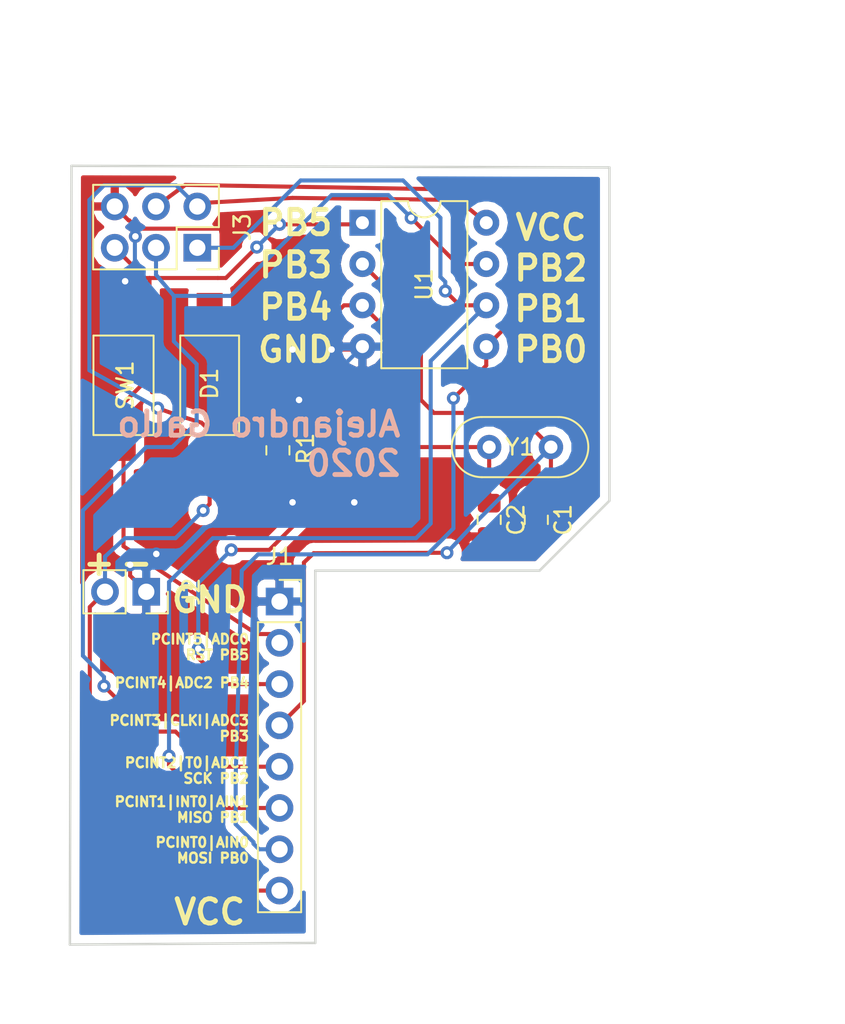
<source format=kicad_pcb>
(kicad_pcb (version 20171130) (host pcbnew 5.0.2+dfsg1-1~bpo9+1)

  (general
    (thickness 1.6)
    (drawings 28)
    (tracks 200)
    (zones 0)
    (modules 10)
    (nets 10)
  )

  (page A4)
  (layers
    (0 F.Cu signal)
    (31 B.Cu signal)
    (32 B.Adhes user)
    (33 F.Adhes user)
    (34 B.Paste user)
    (35 F.Paste user)
    (36 B.SilkS user)
    (37 F.SilkS user)
    (38 B.Mask user)
    (39 F.Mask user)
    (40 Dwgs.User user)
    (41 Cmts.User user)
    (42 Eco1.User user)
    (43 Eco2.User user)
    (44 Edge.Cuts user)
    (45 Margin user)
    (46 B.CrtYd user)
    (47 F.CrtYd user)
    (48 B.Fab user)
    (49 F.Fab user)
  )

  (setup
    (last_trace_width 0.25)
    (trace_clearance 0.2)
    (zone_clearance 0.508)
    (zone_45_only no)
    (trace_min 0.2)
    (segment_width 0.2)
    (edge_width 0.15)
    (via_size 0.8)
    (via_drill 0.4)
    (via_min_size 0.4)
    (via_min_drill 0.3)
    (uvia_size 0.3)
    (uvia_drill 0.1)
    (uvias_allowed no)
    (uvia_min_size 0.2)
    (uvia_min_drill 0.1)
    (pcb_text_width 0.3)
    (pcb_text_size 1.5 1.5)
    (mod_edge_width 0.15)
    (mod_text_size 1 1)
    (mod_text_width 0.025)
    (pad_size 1.524 1.524)
    (pad_drill 0.762)
    (pad_to_mask_clearance 0.051)
    (solder_mask_min_width 0.25)
    (aux_axis_origin 0 0)
    (visible_elements FFFFFF7F)
    (pcbplotparams
      (layerselection 0x010fc_ffffffff)
      (usegerberextensions false)
      (usegerberattributes false)
      (usegerberadvancedattributes false)
      (creategerberjobfile false)
      (excludeedgelayer true)
      (linewidth 0.100000)
      (plotframeref false)
      (viasonmask false)
      (mode 1)
      (useauxorigin false)
      (hpglpennumber 1)
      (hpglpenspeed 20)
      (hpglpendiameter 15.000000)
      (psnegative false)
      (psa4output false)
      (plotreference true)
      (plotvalue true)
      (plotinvisibletext false)
      (padsonsilk false)
      (subtractmaskfromsilk false)
      (outputformat 1)
      (mirror false)
      (drillshape 0)
      (scaleselection 1)
      (outputdirectory "gerber"))
  )

  (net 0 "")
  (net 1 "Net-(D1-Pad1)")
  (net 2 VCC)
  (net 3 GND)
  (net 4 RESET)
  (net 5 PB4)
  (net 6 PB3)
  (net 7 SCK)
  (net 8 MISO)
  (net 9 MOSI)

  (net_class Default "This is the default net class."
    (clearance 0.2)
    (trace_width 0.25)
    (via_dia 0.8)
    (via_drill 0.4)
    (uvia_dia 0.3)
    (uvia_drill 0.1)
    (add_net GND)
    (add_net MISO)
    (add_net MOSI)
    (add_net "Net-(D1-Pad1)")
    (add_net PB3)
    (add_net PB4)
    (add_net RESET)
    (add_net SCK)
    (add_net VCC)
  )

  (module Button_Switch_SMD:SW_SPST_FSMSM (layer F.Cu) (tedit 5A02FC95) (tstamp 5D9914F6)
    (at 133.1 82.2 270)
    (descr http://www.te.com/commerce/DocumentDelivery/DDEController?Action=srchrtrv&DocNm=1437566-3&DocType=Customer+Drawing&DocLang=English)
    (tags "SPST button tactile switch")
    (path /5D809374)
    (attr smd)
    (fp_text reference D1 (at -0.1 0 270) (layer F.SilkS)
      (effects (font (size 1 1) (thickness 0.15)))
    )
    (fp_text value LED (at 0 3 270) (layer F.Fab)
      (effects (font (size 1 1) (thickness 0.15)))
    )
    (fp_text user %R (at -0.1 0 270) (layer F.Fab)
      (effects (font (size 1 1) (thickness 0.15)))
    )
    (fp_line (start -1.75 -1) (end 1.75 -1) (layer F.Fab) (width 0.1))
    (fp_line (start 1.75 -1) (end 1.75 1) (layer F.Fab) (width 0.1))
    (fp_line (start 1.75 1) (end -1.75 1) (layer F.Fab) (width 0.1))
    (fp_line (start -1.75 1) (end -1.75 -1) (layer F.Fab) (width 0.1))
    (fp_line (start -3.06 -1.81) (end 3.06 -1.81) (layer F.SilkS) (width 0.12))
    (fp_line (start 3.06 -1.81) (end 3.06 1.81) (layer F.SilkS) (width 0.12))
    (fp_line (start 3.06 1.81) (end -3.06 1.81) (layer F.SilkS) (width 0.12))
    (fp_line (start -3.06 1.81) (end -3.06 -1.81) (layer F.SilkS) (width 0.12))
    (fp_line (start -1.5 0.8) (end 1.5 0.8) (layer F.Fab) (width 0.1))
    (fp_line (start -1.5 -0.8) (end 1.5 -0.8) (layer F.Fab) (width 0.1))
    (fp_line (start 1.5 -0.8) (end 1.5 0.8) (layer F.Fab) (width 0.1))
    (fp_line (start -1.5 -0.8) (end -1.5 0.8) (layer F.Fab) (width 0.1))
    (fp_line (start -5.95 2) (end 5.95 2) (layer F.CrtYd) (width 0.05))
    (fp_line (start 5.95 -2) (end 5.95 2) (layer F.CrtYd) (width 0.05))
    (fp_line (start -3 1.75) (end 3 1.75) (layer F.Fab) (width 0.1))
    (fp_line (start -3 -1.75) (end 3 -1.75) (layer F.Fab) (width 0.1))
    (fp_line (start -3 -1.75) (end -3 1.75) (layer F.Fab) (width 0.1))
    (fp_line (start 3 -1.75) (end 3 1.75) (layer F.Fab) (width 0.1))
    (fp_line (start -5.95 -2) (end -5.95 2) (layer F.CrtYd) (width 0.05))
    (fp_line (start -5.95 -2) (end 5.95 -2) (layer F.CrtYd) (width 0.05))
    (pad 1 smd rect (at -4.59 0 270) (size 2.18 1.6) (layers F.Cu F.Paste F.Mask)
      (net 1 "Net-(D1-Pad1)"))
    (pad 2 smd rect (at 4.59 0 270) (size 2.18 1.6) (layers F.Cu F.Paste F.Mask)
      (net 2 VCC))
    (model ${KISYS3DMOD}/Button_Switch_SMD.3dshapes/SW_SPST_FSMSM.wrl
      (at (xyz 0 0 0))
      (scale (xyz 1 1 1))
      (rotate (xyz 0 0 0))
    )
  )

  (module Resistor_SMD:R_0805_2012Metric_Pad1.15x1.40mm_HandSolder (layer F.Cu) (tedit 5B36C52B) (tstamp 5D991631)
    (at 137.3 86.2 270)
    (descr "Resistor SMD 0805 (2012 Metric), square (rectangular) end terminal, IPC_7351 nominal with elongated pad for handsoldering. (Body size source: https://docs.google.com/spreadsheets/d/1BsfQQcO9C6DZCsRaXUlFlo91Tg2WpOkGARC1WS5S8t0/edit?usp=sharing), generated with kicad-footprint-generator")
    (tags "resistor handsolder")
    (path /5D809BC1)
    (attr smd)
    (fp_text reference R1 (at -0.1 -1.7 270) (layer F.SilkS)
      (effects (font (size 1 1) (thickness 0.15)))
    )
    (fp_text value R (at 0 0.1 270) (layer F.Fab)
      (effects (font (size 1 1) (thickness 0.15)))
    )
    (fp_text user %R (at 0 0 270) (layer F.Fab)
      (effects (font (size 0.5 0.5) (thickness 0.08)))
    )
    (fp_line (start 1.85 0.95) (end -1.85 0.95) (layer F.CrtYd) (width 0.05))
    (fp_line (start 1.85 -0.95) (end 1.85 0.95) (layer F.CrtYd) (width 0.05))
    (fp_line (start -1.85 -0.95) (end 1.85 -0.95) (layer F.CrtYd) (width 0.05))
    (fp_line (start -1.85 0.95) (end -1.85 -0.95) (layer F.CrtYd) (width 0.05))
    (fp_line (start -0.261252 0.71) (end 0.261252 0.71) (layer F.SilkS) (width 0.12))
    (fp_line (start -0.261252 -0.71) (end 0.261252 -0.71) (layer F.SilkS) (width 0.12))
    (fp_line (start 1 0.6) (end -1 0.6) (layer F.Fab) (width 0.1))
    (fp_line (start 1 -0.6) (end 1 0.6) (layer F.Fab) (width 0.1))
    (fp_line (start -1 -0.6) (end 1 -0.6) (layer F.Fab) (width 0.1))
    (fp_line (start -1 0.6) (end -1 -0.6) (layer F.Fab) (width 0.1))
    (pad 2 smd roundrect (at 1.025 0 270) (size 1.15 1.4) (layers F.Cu F.Paste F.Mask) (roundrect_rratio 0.217391)
      (net 3 GND))
    (pad 1 smd roundrect (at -1.025 0 270) (size 1.15 1.4) (layers F.Cu F.Paste F.Mask) (roundrect_rratio 0.217391)
      (net 1 "Net-(D1-Pad1)"))
    (model ${KISYS3DMOD}/Resistor_SMD.3dshapes/R_0805_2012Metric.wrl
      (at (xyz 0 0 0))
      (scale (xyz 1 1 1))
      (rotate (xyz 0 0 0))
    )
  )

  (module Button_Switch_SMD:SW_SPST_CK_RS282G05A3 (layer F.Cu) (tedit 5A7A67D2) (tstamp 5D991544)
    (at 127.8 82.2 90)
    (descr https://www.mouser.com/ds/2/60/RS-282G05A-SM_RT-1159762.pdf)
    (tags "SPST button tactile switch")
    (path /5D805F75)
    (attr smd)
    (fp_text reference SW1 (at 0 0.1 90) (layer F.SilkS)
      (effects (font (size 1 1) (thickness 0.15)))
    )
    (fp_text value SW_Push (at 0 3 90) (layer F.Fab)
      (effects (font (size 1 1) (thickness 0.15)))
    )
    (fp_line (start 3 -1.8) (end 3 1.8) (layer F.Fab) (width 0.1))
    (fp_line (start -3 -1.8) (end -3 1.8) (layer F.Fab) (width 0.1))
    (fp_line (start -3 -1.8) (end 3 -1.8) (layer F.Fab) (width 0.1))
    (fp_line (start -3 1.8) (end 3 1.8) (layer F.Fab) (width 0.1))
    (fp_line (start -1.5 -0.8) (end -1.5 0.8) (layer F.Fab) (width 0.1))
    (fp_line (start 1.5 -0.8) (end 1.5 0.8) (layer F.Fab) (width 0.1))
    (fp_line (start -1.5 -0.8) (end 1.5 -0.8) (layer F.Fab) (width 0.1))
    (fp_line (start -1.5 0.8) (end 1.5 0.8) (layer F.Fab) (width 0.1))
    (fp_line (start -3.06 1.85) (end -3.06 -1.85) (layer F.SilkS) (width 0.12))
    (fp_line (start 3.06 1.85) (end -3.06 1.85) (layer F.SilkS) (width 0.12))
    (fp_line (start 3.06 -1.85) (end 3.06 1.85) (layer F.SilkS) (width 0.12))
    (fp_line (start -3.06 -1.85) (end 3.06 -1.85) (layer F.SilkS) (width 0.12))
    (fp_line (start -1.75 1) (end -1.75 -1) (layer F.Fab) (width 0.1))
    (fp_line (start 1.75 1) (end -1.75 1) (layer F.Fab) (width 0.1))
    (fp_line (start 1.75 -1) (end 1.75 1) (layer F.Fab) (width 0.1))
    (fp_line (start -1.75 -1) (end 1.75 -1) (layer F.Fab) (width 0.1))
    (fp_text user %R (at 0 0.1 90) (layer F.Fab)
      (effects (font (size 1 1) (thickness 0.15)))
    )
    (fp_line (start -4.9 -2.05) (end 4.9 -2.05) (layer F.CrtYd) (width 0.05))
    (fp_line (start 4.9 -2.05) (end 4.9 2.05) (layer F.CrtYd) (width 0.05))
    (fp_line (start 4.9 2.05) (end -4.9 2.05) (layer F.CrtYd) (width 0.05))
    (fp_line (start -4.9 2.05) (end -4.9 -2.05) (layer F.CrtYd) (width 0.05))
    (pad 2 smd rect (at 3.9 0 90) (size 1.5 1.5) (layers F.Cu F.Paste F.Mask)
      (net 3 GND))
    (pad 1 smd rect (at -3.9 0 90) (size 1.5 1.5) (layers F.Cu F.Paste F.Mask)
      (net 4 RESET))
    (model ${KISYS3DMOD}/Button_Switch_SMD.3dshapes/SW_SPST_CK_RS282G05A3.wrl
      (at (xyz 0 0 0))
      (scale (xyz 1 1 1))
      (rotate (xyz 0 0 0))
    )
  )

  (module Package_DIP:DIP-8_W7.62mm (layer F.Cu) (tedit 5A02E8C5) (tstamp 5D8CD218)
    (at 142.5 72.2)
    (descr "8-lead though-hole mounted DIP package, row spacing 7.62 mm (300 mils)")
    (tags "THT DIP DIL PDIP 2.54mm 7.62mm 300mil")
    (path /5D7FFB83)
    (fp_text reference U1 (at 3.8 3.8 90) (layer F.SilkS)
      (effects (font (size 1 1) (thickness 0.15)))
    )
    (fp_text value ATtiny13-20PU (at 3.81 9.95) (layer F.Fab)
      (effects (font (size 1 1) (thickness 0.15)))
    )
    (fp_text user %R (at 3.81 3.81 90) (layer F.Fab)
      (effects (font (size 1 1) (thickness 0.15)))
    )
    (fp_line (start 8.7 -1.55) (end -1.1 -1.55) (layer F.CrtYd) (width 0.05))
    (fp_line (start 8.7 9.15) (end 8.7 -1.55) (layer F.CrtYd) (width 0.05))
    (fp_line (start -1.1 9.15) (end 8.7 9.15) (layer F.CrtYd) (width 0.05))
    (fp_line (start -1.1 -1.55) (end -1.1 9.15) (layer F.CrtYd) (width 0.05))
    (fp_line (start 6.46 -1.33) (end 4.81 -1.33) (layer F.SilkS) (width 0.12))
    (fp_line (start 6.46 8.95) (end 6.46 -1.33) (layer F.SilkS) (width 0.12))
    (fp_line (start 1.16 8.95) (end 6.46 8.95) (layer F.SilkS) (width 0.12))
    (fp_line (start 1.16 -1.33) (end 1.16 8.95) (layer F.SilkS) (width 0.12))
    (fp_line (start 2.81 -1.33) (end 1.16 -1.33) (layer F.SilkS) (width 0.12))
    (fp_line (start 0.635 -0.27) (end 1.635 -1.27) (layer F.Fab) (width 0.1))
    (fp_line (start 0.635 8.89) (end 0.635 -0.27) (layer F.Fab) (width 0.1))
    (fp_line (start 6.985 8.89) (end 0.635 8.89) (layer F.Fab) (width 0.1))
    (fp_line (start 6.985 -1.27) (end 6.985 8.89) (layer F.Fab) (width 0.1))
    (fp_line (start 1.635 -1.27) (end 6.985 -1.27) (layer F.Fab) (width 0.1))
    (fp_arc (start 3.81 -1.33) (end 2.81 -1.33) (angle -180) (layer F.SilkS) (width 0.12))
    (pad 8 thru_hole oval (at 7.62 0) (size 1.6 1.6) (drill 0.8) (layers *.Cu *.Mask)
      (net 2 VCC))
    (pad 4 thru_hole oval (at 0 7.62) (size 1.6 1.6) (drill 0.8) (layers *.Cu *.Mask)
      (net 3 GND))
    (pad 7 thru_hole oval (at 7.62 2.54) (size 1.6 1.6) (drill 0.8) (layers *.Cu *.Mask)
      (net 7 SCK))
    (pad 3 thru_hole oval (at 0 5.08) (size 1.6 1.6) (drill 0.8) (layers *.Cu *.Mask)
      (net 5 PB4))
    (pad 6 thru_hole oval (at 7.62 5.08) (size 1.6 1.6) (drill 0.8) (layers *.Cu *.Mask)
      (net 8 MISO))
    (pad 2 thru_hole oval (at 0 2.54) (size 1.6 1.6) (drill 0.8) (layers *.Cu *.Mask)
      (net 6 PB3))
    (pad 5 thru_hole oval (at 7.62 7.62) (size 1.6 1.6) (drill 0.8) (layers *.Cu *.Mask)
      (net 9 MOSI))
    (pad 1 thru_hole rect (at 0 0) (size 1.6 1.6) (drill 0.8) (layers *.Cu *.Mask)
      (net 4 RESET))
    (model ${KISYS3DMOD}/Package_DIP.3dshapes/DIP-8_W7.62mm.wrl
      (at (xyz 0 0 0))
      (scale (xyz 1 1 1))
      (rotate (xyz 0 0 0))
    )
  )

  (module Capacitor_SMD:C_0805_2012Metric_Pad1.15x1.40mm_HandSolder (layer F.Cu) (tedit 5B36C52B) (tstamp 5D990AD5)
    (at 153.2 90.475 270)
    (descr "Capacitor SMD 0805 (2012 Metric), square (rectangular) end terminal, IPC_7351 nominal with elongated pad for handsoldering. (Body size source: https://docs.google.com/spreadsheets/d/1BsfQQcO9C6DZCsRaXUlFlo91Tg2WpOkGARC1WS5S8t0/edit?usp=sharing), generated with kicad-footprint-generator")
    (tags "capacitor handsolder")
    (path /5D80F282)
    (attr smd)
    (fp_text reference C1 (at 0 -1.65 270) (layer F.SilkS)
      (effects (font (size 1 1) (thickness 0.15)))
    )
    (fp_text value C (at 0 1.65 270) (layer F.Fab)
      (effects (font (size 1 1) (thickness 0.15)))
    )
    (fp_line (start -1 0.6) (end -1 -0.6) (layer F.Fab) (width 0.1))
    (fp_line (start -1 -0.6) (end 1 -0.6) (layer F.Fab) (width 0.1))
    (fp_line (start 1 -0.6) (end 1 0.6) (layer F.Fab) (width 0.1))
    (fp_line (start 1 0.6) (end -1 0.6) (layer F.Fab) (width 0.1))
    (fp_line (start -0.261252 -0.71) (end 0.261252 -0.71) (layer F.SilkS) (width 0.12))
    (fp_line (start -0.261252 0.71) (end 0.261252 0.71) (layer F.SilkS) (width 0.12))
    (fp_line (start -1.85 0.95) (end -1.85 -0.95) (layer F.CrtYd) (width 0.05))
    (fp_line (start -1.85 -0.95) (end 1.85 -0.95) (layer F.CrtYd) (width 0.05))
    (fp_line (start 1.85 -0.95) (end 1.85 0.95) (layer F.CrtYd) (width 0.05))
    (fp_line (start 1.85 0.95) (end -1.85 0.95) (layer F.CrtYd) (width 0.05))
    (fp_text user %R (at 0 0 270) (layer F.Fab)
      (effects (font (size 0.5 0.5) (thickness 0.08)))
    )
    (pad 1 smd roundrect (at -1.025 0 270) (size 1.15 1.4) (layers F.Cu F.Paste F.Mask) (roundrect_rratio 0.217391)
      (net 6 PB3))
    (pad 2 smd roundrect (at 1.025 0 270) (size 1.15 1.4) (layers F.Cu F.Paste F.Mask) (roundrect_rratio 0.217391)
      (net 3 GND))
    (model ${KISYS3DMOD}/Capacitor_SMD.3dshapes/C_0805_2012Metric.wrl
      (at (xyz 0 0 0))
      (scale (xyz 1 1 1))
      (rotate (xyz 0 0 0))
    )
  )

  (module Capacitor_SMD:C_0805_2012Metric_Pad1.15x1.40mm_HandSolder (layer F.Cu) (tedit 5B36C52B) (tstamp 5D990AE6)
    (at 150.3 90.475 270)
    (descr "Capacitor SMD 0805 (2012 Metric), square (rectangular) end terminal, IPC_7351 nominal with elongated pad for handsoldering. (Body size source: https://docs.google.com/spreadsheets/d/1BsfQQcO9C6DZCsRaXUlFlo91Tg2WpOkGARC1WS5S8t0/edit?usp=sharing), generated with kicad-footprint-generator")
    (tags "capacitor handsolder")
    (path /5D80F2DB)
    (attr smd)
    (fp_text reference C2 (at 0 -1.65 270) (layer F.SilkS)
      (effects (font (size 1 1) (thickness 0.15)))
    )
    (fp_text value C (at 0 1.65 270) (layer F.Fab)
      (effects (font (size 1 1) (thickness 0.15)))
    )
    (fp_text user %R (at -0.025 0 270) (layer F.Fab)
      (effects (font (size 0.5 0.5) (thickness 0.08)))
    )
    (fp_line (start 1.85 0.95) (end -1.85 0.95) (layer F.CrtYd) (width 0.05))
    (fp_line (start 1.85 -0.95) (end 1.85 0.95) (layer F.CrtYd) (width 0.05))
    (fp_line (start -1.85 -0.95) (end 1.85 -0.95) (layer F.CrtYd) (width 0.05))
    (fp_line (start -1.85 0.95) (end -1.85 -0.95) (layer F.CrtYd) (width 0.05))
    (fp_line (start -0.261252 0.71) (end 0.261252 0.71) (layer F.SilkS) (width 0.12))
    (fp_line (start -0.261252 -0.71) (end 0.261252 -0.71) (layer F.SilkS) (width 0.12))
    (fp_line (start 1 0.6) (end -1 0.6) (layer F.Fab) (width 0.1))
    (fp_line (start 1 -0.6) (end 1 0.6) (layer F.Fab) (width 0.1))
    (fp_line (start -1 -0.6) (end 1 -0.6) (layer F.Fab) (width 0.1))
    (fp_line (start -1 0.6) (end -1 -0.6) (layer F.Fab) (width 0.1))
    (pad 2 smd roundrect (at 1.025 0 270) (size 1.15 1.4) (layers F.Cu F.Paste F.Mask) (roundrect_rratio 0.217391)
      (net 3 GND))
    (pad 1 smd roundrect (at -1.025 0 270) (size 1.15 1.4) (layers F.Cu F.Paste F.Mask) (roundrect_rratio 0.217391)
      (net 5 PB4))
    (model ${KISYS3DMOD}/Capacitor_SMD.3dshapes/C_0805_2012Metric.wrl
      (at (xyz 0 0 0))
      (scale (xyz 1 1 1))
      (rotate (xyz 0 0 0))
    )
  )

  (module Crystal:Crystal_HC52-6mm_Vertical (layer F.Cu) (tedit 5A1AD3B8) (tstamp 5D990D42)
    (at 154.1 86 180)
    (descr "Crystal THT HC-52/6mm, http://www.kvg-gmbh.de/assets/uploads/files/product_pdfs/XS71xx.pdf")
    (tags "THT crystalHC-49/U")
    (path /5D80F217)
    (fp_text reference Y1 (at 1.9 0 180) (layer F.SilkS)
      (effects (font (size 1 1) (thickness 0.15)))
    )
    (fp_text value Crystal (at 1.9 2.85 180) (layer F.Fab)
      (effects (font (size 1 1) (thickness 0.15)))
    )
    (fp_text user %R (at 1.9 0 180) (layer F.Fab)
      (effects (font (size 1 1) (thickness 0.15)))
    )
    (fp_line (start -0.45 -1.65) (end 4.25 -1.65) (layer F.Fab) (width 0.1))
    (fp_line (start -0.45 1.65) (end 4.25 1.65) (layer F.Fab) (width 0.1))
    (fp_line (start -0.45 -1.15) (end 4.25 -1.15) (layer F.Fab) (width 0.1))
    (fp_line (start -0.45 1.15) (end 4.25 1.15) (layer F.Fab) (width 0.1))
    (fp_line (start -0.45 -1.85) (end 4.25 -1.85) (layer F.SilkS) (width 0.12))
    (fp_line (start -0.45 1.85) (end 4.25 1.85) (layer F.SilkS) (width 0.12))
    (fp_line (start -2.6 -2.1) (end -2.6 2.1) (layer F.CrtYd) (width 0.05))
    (fp_line (start -2.6 2.1) (end 6.4 2.1) (layer F.CrtYd) (width 0.05))
    (fp_line (start 6.4 2.1) (end 6.4 -2.1) (layer F.CrtYd) (width 0.05))
    (fp_line (start 6.4 -2.1) (end -2.6 -2.1) (layer F.CrtYd) (width 0.05))
    (fp_arc (start -0.45 0) (end -0.45 -1.65) (angle -180) (layer F.Fab) (width 0.1))
    (fp_arc (start 4.25 0) (end 4.25 -1.65) (angle 180) (layer F.Fab) (width 0.1))
    (fp_arc (start -0.45 0) (end -0.45 -1.15) (angle -180) (layer F.Fab) (width 0.1))
    (fp_arc (start 4.25 0) (end 4.25 -1.15) (angle 180) (layer F.Fab) (width 0.1))
    (fp_arc (start -0.45 0) (end -0.45 -1.85) (angle -180) (layer F.SilkS) (width 0.12))
    (fp_arc (start 4.25 0) (end 4.25 -1.85) (angle 180) (layer F.SilkS) (width 0.12))
    (pad 1 thru_hole circle (at 0 0 180) (size 1.5 1.5) (drill 0.8) (layers *.Cu *.Mask)
      (net 6 PB3))
    (pad 2 thru_hole circle (at 3.8 0 180) (size 1.5 1.5) (drill 0.8) (layers *.Cu *.Mask)
      (net 5 PB4))
    (model ${KISYS3DMOD}/Crystal.3dshapes/Crystal_HC52-6mm_Vertical.wrl
      (at (xyz 0 0 0))
      (scale (xyz 1 1 1))
      (rotate (xyz 0 0 0))
    )
  )

  (module Connector_PinSocket_2.54mm:PinSocket_1x08_P2.54mm_Vertical (layer F.Cu) (tedit 5A19A420) (tstamp 5E6A01C0)
    (at 137.4 95.5)
    (descr "Through hole straight socket strip, 1x08, 2.54mm pitch, single row (from Kicad 4.0.7), script generated")
    (tags "Through hole socket strip THT 1x08 2.54mm single row")
    (path /5D8019CC)
    (fp_text reference J1 (at 0 -2.77) (layer F.SilkS)
      (effects (font (size 1 1) (thickness 0.15)))
    )
    (fp_text value Conn_01x08 (at 0 20.55) (layer F.Fab)
      (effects (font (size 1 1) (thickness 0.15)))
    )
    (fp_line (start -1.27 -1.27) (end 0.635 -1.27) (layer F.Fab) (width 0.1))
    (fp_line (start 0.635 -1.27) (end 1.27 -0.635) (layer F.Fab) (width 0.1))
    (fp_line (start 1.27 -0.635) (end 1.27 19.05) (layer F.Fab) (width 0.1))
    (fp_line (start 1.27 19.05) (end -1.27 19.05) (layer F.Fab) (width 0.1))
    (fp_line (start -1.27 19.05) (end -1.27 -1.27) (layer F.Fab) (width 0.1))
    (fp_line (start -1.33 1.27) (end 1.33 1.27) (layer F.SilkS) (width 0.12))
    (fp_line (start -1.33 1.27) (end -1.33 19.11) (layer F.SilkS) (width 0.12))
    (fp_line (start -1.33 19.11) (end 1.33 19.11) (layer F.SilkS) (width 0.12))
    (fp_line (start 1.33 1.27) (end 1.33 19.11) (layer F.SilkS) (width 0.12))
    (fp_line (start 1.33 -1.33) (end 1.33 0) (layer F.SilkS) (width 0.12))
    (fp_line (start 0 -1.33) (end 1.33 -1.33) (layer F.SilkS) (width 0.12))
    (fp_line (start -1.8 -1.8) (end 1.75 -1.8) (layer F.CrtYd) (width 0.05))
    (fp_line (start 1.75 -1.8) (end 1.75 19.55) (layer F.CrtYd) (width 0.05))
    (fp_line (start 1.75 19.55) (end -1.8 19.55) (layer F.CrtYd) (width 0.05))
    (fp_line (start -1.8 19.55) (end -1.8 -1.8) (layer F.CrtYd) (width 0.05))
    (fp_text user %R (at 0 8.89 90) (layer F.Fab)
      (effects (font (size 1 1) (thickness 0.15)))
    )
    (pad 1 thru_hole rect (at 0 0) (size 1.7 1.7) (drill 1) (layers *.Cu *.Mask)
      (net 3 GND))
    (pad 2 thru_hole oval (at 0 2.54) (size 1.7 1.7) (drill 1) (layers *.Cu *.Mask)
      (net 4 RESET))
    (pad 3 thru_hole oval (at 0 5.08) (size 1.7 1.7) (drill 1) (layers *.Cu *.Mask)
      (net 5 PB4))
    (pad 4 thru_hole oval (at 0 7.62) (size 1.7 1.7) (drill 1) (layers *.Cu *.Mask)
      (net 6 PB3))
    (pad 5 thru_hole oval (at 0 10.16) (size 1.7 1.7) (drill 1) (layers *.Cu *.Mask)
      (net 7 SCK))
    (pad 6 thru_hole oval (at 0 12.7) (size 1.7 1.7) (drill 1) (layers *.Cu *.Mask)
      (net 8 MISO))
    (pad 7 thru_hole oval (at 0 15.24) (size 1.7 1.7) (drill 1) (layers *.Cu *.Mask)
      (net 9 MOSI))
    (pad 8 thru_hole oval (at 0 17.78) (size 1.7 1.7) (drill 1) (layers *.Cu *.Mask)
      (net 2 VCC))
    (model ${KISYS3DMOD}/Connector_PinSocket_2.54mm.3dshapes/PinSocket_1x08_P2.54mm_Vertical.wrl
      (at (xyz 0 0 0))
      (scale (xyz 1 1 1))
      (rotate (xyz 0 0 0))
    )
  )

  (module Connector_PinSocket_2.54mm:PinSocket_1x02_P2.54mm_Vertical (layer F.Cu) (tedit 5A19A420) (tstamp 5E69FD64)
    (at 129.2 94.9 270)
    (descr "Through hole straight socket strip, 1x02, 2.54mm pitch, single row (from Kicad 4.0.7), script generated")
    (tags "Through hole socket strip THT 1x02 2.54mm single row")
    (path /5D8083E6)
    (fp_text reference J2 (at 0 -2.77 270) (layer F.SilkS)
      (effects (font (size 1 1) (thickness 0.15)))
    )
    (fp_text value Conn_01x02 (at 0 5.31 270) (layer F.Fab)
      (effects (font (size 1 1) (thickness 0.15)))
    )
    (fp_line (start -1.27 -1.27) (end 0.635 -1.27) (layer F.Fab) (width 0.1))
    (fp_line (start 0.635 -1.27) (end 1.27 -0.635) (layer F.Fab) (width 0.1))
    (fp_line (start 1.27 -0.635) (end 1.27 3.81) (layer F.Fab) (width 0.1))
    (fp_line (start 1.27 3.81) (end -1.27 3.81) (layer F.Fab) (width 0.1))
    (fp_line (start -1.27 3.81) (end -1.27 -1.27) (layer F.Fab) (width 0.1))
    (fp_line (start -1.33 1.27) (end 1.33 1.27) (layer F.SilkS) (width 0.12))
    (fp_line (start -1.33 1.27) (end -1.33 3.87) (layer F.SilkS) (width 0.12))
    (fp_line (start -1.33 3.87) (end 1.33 3.87) (layer F.SilkS) (width 0.12))
    (fp_line (start 1.33 1.27) (end 1.33 3.87) (layer F.SilkS) (width 0.12))
    (fp_line (start 1.33 -1.33) (end 1.33 0) (layer F.SilkS) (width 0.12))
    (fp_line (start 0 -1.33) (end 1.33 -1.33) (layer F.SilkS) (width 0.12))
    (fp_line (start -1.8 -1.8) (end 1.75 -1.8) (layer F.CrtYd) (width 0.05))
    (fp_line (start 1.75 -1.8) (end 1.75 4.3) (layer F.CrtYd) (width 0.05))
    (fp_line (start 1.75 4.3) (end -1.8 4.3) (layer F.CrtYd) (width 0.05))
    (fp_line (start -1.8 4.3) (end -1.8 -1.8) (layer F.CrtYd) (width 0.05))
    (fp_text user %R (at 0 1.27) (layer F.Fab)
      (effects (font (size 1 1) (thickness 0.15)))
    )
    (pad 1 thru_hole rect (at 0 0 270) (size 1.7 1.7) (drill 1) (layers *.Cu *.Mask)
      (net 3 GND))
    (pad 2 thru_hole oval (at 0 2.54 270) (size 1.7 1.7) (drill 1) (layers *.Cu *.Mask)
      (net 2 VCC))
    (model ${KISYS3DMOD}/Connector_PinSocket_2.54mm.3dshapes/PinSocket_1x02_P2.54mm_Vertical.wrl
      (at (xyz 0 0 0))
      (scale (xyz 1 1 1))
      (rotate (xyz 0 0 0))
    )
  )

  (module Connector_PinSocket_2.54mm:PinSocket_2x03_P2.54mm_Vertical (layer F.Cu) (tedit 5A19A425) (tstamp 5E69FA06)
    (at 132.34 73.74 270)
    (descr "Through hole straight socket strip, 2x03, 2.54mm pitch, double cols (from Kicad 4.0.7), script generated")
    (tags "Through hole socket strip THT 2x03 2.54mm double row")
    (path /5D800397)
    (fp_text reference J3 (at -1.27 -2.77 270) (layer F.SilkS)
      (effects (font (size 1 1) (thickness 0.15)))
    )
    (fp_text value Conn_02x03_Counter_Clockwise (at -1.27 7.85 270) (layer F.Fab)
      (effects (font (size 1 1) (thickness 0.15)))
    )
    (fp_line (start -3.81 -1.27) (end 0.27 -1.27) (layer F.Fab) (width 0.1))
    (fp_line (start 0.27 -1.27) (end 1.27 -0.27) (layer F.Fab) (width 0.1))
    (fp_line (start 1.27 -0.27) (end 1.27 6.35) (layer F.Fab) (width 0.1))
    (fp_line (start 1.27 6.35) (end -3.81 6.35) (layer F.Fab) (width 0.1))
    (fp_line (start -3.81 6.35) (end -3.81 -1.27) (layer F.Fab) (width 0.1))
    (fp_line (start -3.87 -1.33) (end -1.27 -1.33) (layer F.SilkS) (width 0.12))
    (fp_line (start -3.87 -1.33) (end -3.87 6.41) (layer F.SilkS) (width 0.12))
    (fp_line (start -3.87 6.41) (end 1.33 6.41) (layer F.SilkS) (width 0.12))
    (fp_line (start 1.33 1.27) (end 1.33 6.41) (layer F.SilkS) (width 0.12))
    (fp_line (start -1.27 1.27) (end 1.33 1.27) (layer F.SilkS) (width 0.12))
    (fp_line (start -1.27 -1.33) (end -1.27 1.27) (layer F.SilkS) (width 0.12))
    (fp_line (start 1.33 -1.33) (end 1.33 0) (layer F.SilkS) (width 0.12))
    (fp_line (start 0 -1.33) (end 1.33 -1.33) (layer F.SilkS) (width 0.12))
    (fp_line (start -4.34 -1.8) (end 1.76 -1.8) (layer F.CrtYd) (width 0.05))
    (fp_line (start 1.76 -1.8) (end 1.76 6.85) (layer F.CrtYd) (width 0.05))
    (fp_line (start 1.76 6.85) (end -4.34 6.85) (layer F.CrtYd) (width 0.05))
    (fp_line (start -4.34 6.85) (end -4.34 -1.8) (layer F.CrtYd) (width 0.05))
    (fp_text user %R (at -1.27 2.54) (layer F.Fab)
      (effects (font (size 1 1) (thickness 0.15)))
    )
    (pad 1 thru_hole rect (at 0 0 270) (size 1.7 1.7) (drill 1) (layers *.Cu *.Mask)
      (net 8 MISO))
    (pad 2 thru_hole oval (at -2.54 0 270) (size 1.7 1.7) (drill 1) (layers *.Cu *.Mask)
      (net 2 VCC))
    (pad 3 thru_hole oval (at 0 2.54 270) (size 1.7 1.7) (drill 1) (layers *.Cu *.Mask)
      (net 7 SCK))
    (pad 4 thru_hole oval (at -2.54 2.54 270) (size 1.7 1.7) (drill 1) (layers *.Cu *.Mask)
      (net 9 MOSI))
    (pad 5 thru_hole oval (at 0 5.08 270) (size 1.7 1.7) (drill 1) (layers *.Cu *.Mask)
      (net 4 RESET))
    (pad 6 thru_hole oval (at -2.54 5.08 270) (size 1.7 1.7) (drill 1) (layers *.Cu *.Mask)
      (net 3 GND))
    (model ${KISYS3DMOD}/Connector_PinSocket_2.54mm.3dshapes/PinSocket_2x03_P2.54mm_Vertical.wrl
      (at (xyz 0 0 0))
      (scale (xyz 1 1 1))
      (rotate (xyz 0 0 0))
    )
  )

  (gr_text "Alejandro Gallo\n2020" (at 145 85.8) (layer B.SilkS)
    (effects (font (size 1.5 1.5) (thickness 0.3)) (justify left mirror))
  )
  (gr_text "PCINT0|AIN0\nMOSI PB0" (at 135.6 110.8) (layer F.SilkS) (tstamp 5D8D1FB1)
    (effects (font (size 0.6 0.6) (thickness 0.15)) (justify right))
  )
  (gr_text "PCINT1|INT0|AIN1\nMISO PB1" (at 135.6 108.3) (layer F.SilkS) (tstamp 5E69FF2C)
    (effects (font (size 0.6 0.6) (thickness 0.15)) (justify right))
  )
  (gr_text "PCINT2|T0|ADC1\nSCK PB2" (at 135.6 105.9) (layer F.SilkS) (tstamp 5E69FF23)
    (effects (font (size 0.6 0.6) (thickness 0.15)) (justify right))
  )
  (gr_text "PCINT3|CLKI|ADC3\nPB3" (at 135.6 103.3) (layer F.SilkS) (tstamp 5D8D1F9D)
    (effects (font (size 0.6 0.6) (thickness 0.15)) (justify right))
  )
  (gr_text "PCINT4|ADC2 PB4" (at 131.4 100.5) (layer F.SilkS) (tstamp 5E69FE2A)
    (effects (font (size 0.6 0.6) (thickness 0.15)))
  )
  (gr_text "PCINT5|ADC0\nRST PB5" (at 135.6 98.3) (layer F.SilkS) (tstamp 5E69FF4A)
    (effects (font (size 0.6 0.6) (thickness 0.15)) (justify right))
  )
  (gr_text PB5 (at 138.4 72.2) (layer F.SilkS) (tstamp 5D8CF645)
    (effects (font (size 1.5 1.5) (thickness 0.3)))
  )
  (gr_text PB3 (at 138.4 74.8) (layer F.SilkS) (tstamp 5D8CF63D)
    (effects (font (size 1.5 1.5) (thickness 0.3)))
  )
  (gr_text PB4 (at 138.4 77.4) (layer F.SilkS) (tstamp 5D8CF63A)
    (effects (font (size 1.5 1.5) (thickness 0.3)))
  )
  (gr_text GND (at 138.4 80) (layer F.SilkS) (tstamp 5D8CF637)
    (effects (font (size 1.5 1.5) (thickness 0.3)))
  )
  (gr_text VCC (at 154.1 72.5) (layer F.SilkS) (tstamp 5D8CF622)
    (effects (font (size 1.5 1.5) (thickness 0.3)))
  )
  (gr_text PB2 (at 154.1 75) (layer F.SilkS) (tstamp 5D8CF622)
    (effects (font (size 1.5 1.5) (thickness 0.3)))
  )
  (gr_text PB1 (at 154.1 77.5) (layer F.SilkS) (tstamp 5D8CF61F)
    (effects (font (size 1.5 1.5) (thickness 0.3)))
  )
  (gr_text PB0 (at 154.1 80) (layer F.SilkS)
    (effects (font (size 1.5 1.5) (thickness 0.3)))
  )
  (gr_text VCC (at 133.1 114.6) (layer F.SilkS) (tstamp 5E69FE18)
    (effects (font (size 1.5 1.5) (thickness 0.3)))
  )
  (gr_text GND (at 133.1 95.4) (layer F.SilkS)
    (effects (font (size 1.5 1.5) (thickness 0.3)))
  )
  (gr_text + (at 126.3 93.1) (layer F.SilkS) (tstamp 5E69FCA1)
    (effects (font (size 1.5 1.5) (thickness 0.3)))
  )
  (gr_text - (at 128.6 93.1) (layer F.SilkS)
    (effects (font (size 1.5 1.5) (thickness 0.3)))
  )
  (dimension 33.100151 (width 0.3) (layer Dwgs.User)
    (gr_text "33.100 mm" (at 141.131573 61.150651 0.1730985051) (layer Dwgs.User)
      (effects (font (size 1.5 1.5) (thickness 0.3)))
    )
    (feature1 (pts (xy 124.6 67.3) (xy 124.586146 62.714223)))
    (feature2 (pts (xy 157.7 67.2) (xy 157.686146 62.614223)))
    (crossbar (pts (xy 157.687917 63.200641) (xy 124.587917 63.300641)))
    (arrow1a (pts (xy 124.587917 63.300641) (xy 125.712644 62.71082)))
    (arrow1b (pts (xy 124.587917 63.300641) (xy 125.716187 63.883656)))
    (arrow2a (pts (xy 157.687917 63.200641) (xy 156.559647 62.617626)))
    (arrow2b (pts (xy 157.687917 63.200641) (xy 156.56319 63.790462)))
  )
  (gr_line (start 157.7 68.8) (end 157.6 68.8) (layer Edge.Cuts) (width 0.15))
  (gr_line (start 157.7 89.3) (end 157.7 68.8) (layer Edge.Cuts) (width 0.15))
  (gr_line (start 153.4 93.6) (end 157.7 89.3) (layer Edge.Cuts) (width 0.15))
  (gr_line (start 139.6 93.6) (end 153.4 93.6) (layer Edge.Cuts) (width 0.15))
  (gr_line (start 139.6 116.5) (end 139.6 93.6) (layer Edge.Cuts) (width 0.15))
  (gr_line (start 124.5 116.6) (end 139.6 116.5) (layer Edge.Cuts) (width 0.15))
  (gr_line (start 124.6 68.7) (end 124.5 116.6) (layer Edge.Cuts) (width 0.15))
  (gr_line (start 157.6 68.8) (end 124.6 68.7) (layer Edge.Cuts) (width 0.15))

  (segment (start 133.1 77.9) (end 137.3 82.1) (width 0.25) (layer F.Cu) (net 1))
  (segment (start 133.1 77.61) (end 133.1 77.9) (width 0.25) (layer F.Cu) (net 1))
  (segment (start 137.3 82.1) (end 137.3 85.175) (width 0.25) (layer F.Cu) (net 1))
  (segment (start 131.974999 70.825001) (end 132.174999 70.825001) (width 0.25) (layer F.Cu) (net 2))
  (via (at 129.9 83.6) (size 0.8) (drill 0.4) (layers F.Cu B.Cu) (net 2))
  (segment (start 133.1 85) (end 133.1 86.79) (width 0.25) (layer F.Cu) (net 2))
  (segment (start 132.6 84.5) (end 133.1 85) (width 0.25) (layer F.Cu) (net 2))
  (segment (start 131 84) (end 132.6 84.5) (width 0.25) (layer F.Cu) (net 2))
  (segment (start 129.9 83.6) (end 131 84) (width 0.25) (layer F.Cu) (net 2))
  (via (at 132.7 89.9) (size 0.8) (drill 0.4) (layers F.Cu B.Cu) (net 2))
  (segment (start 133.1 89.5) (end 132.7 89.9) (width 0.25) (layer F.Cu) (net 2))
  (segment (start 133.1 86.79) (end 133.1 89.5) (width 0.25) (layer F.Cu) (net 2))
  (segment (start 131.04 69.9) (end 132.34 71.2) (width 0.25) (layer B.Cu) (net 2))
  (segment (start 126.6 69.9) (end 131.04 69.9) (width 0.25) (layer B.Cu) (net 2))
  (segment (start 125.7 70.8) (end 126.6 69.9) (width 0.25) (layer B.Cu) (net 2))
  (segment (start 129.9 83.6) (end 125.7 81.275) (width 0.25) (layer B.Cu) (net 2))
  (segment (start 125.7 81.275) (end 125.7 70.8) (width 0.25) (layer B.Cu) (net 2))
  (segment (start 127.9 91.6) (end 126.7 92.7) (width 0.25) (layer B.Cu) (net 2))
  (segment (start 132.7 89.9) (end 131 91.6) (width 0.25) (layer B.Cu) (net 2))
  (segment (start 131 91.6) (end 127.9 91.6) (width 0.25) (layer B.Cu) (net 2))
  (segment (start 126.66 92.74) (end 126.66 94.9) (width 0.25) (layer B.Cu) (net 2))
  (segment (start 126.7 92.7) (end 126.66 92.74) (width 0.25) (layer B.Cu) (net 2))
  (segment (start 125.725001 95.834999) (end 125.725001 108.925001) (width 0.25) (layer F.Cu) (net 2))
  (segment (start 126.66 94.9) (end 125.725001 95.834999) (width 0.25) (layer F.Cu) (net 2))
  (segment (start 125.725001 108.925001) (end 126.3 109.5) (width 0.25) (layer F.Cu) (net 2))
  (segment (start 126.3 109.5) (end 131.8 112.9) (width 0.25) (layer F.Cu) (net 2))
  (segment (start 132.78 113.28) (end 137.4 113.28) (width 0.25) (layer F.Cu) (net 2))
  (segment (start 131.8 112.9) (end 132.78 113.28) (width 0.25) (layer F.Cu) (net 2))
  (segment (start 132.54999 70.99001) (end 132.34 71.2) (width 0.25) (layer F.Cu) (net 2))
  (segment (start 138.2 70.672952) (end 132.54999 70.99001) (width 0.25) (layer F.Cu) (net 2))
  (segment (start 150.12 72.2) (end 148.4 70.8) (width 0.25) (layer F.Cu) (net 2))
  (segment (start 148.4 70.8) (end 138.2 70.672952) (width 0.25) (layer F.Cu) (net 2))
  (segment (start 136.676628 87.848372) (end 136.676628 88.023372) (width 0.25) (layer F.Cu) (net 3))
  (segment (start 137.3 87.225) (end 136.676628 87.848372) (width 0.25) (layer F.Cu) (net 3))
  (segment (start 136.676628 88.023372) (end 132.4 92.3) (width 0.25) (layer F.Cu) (net 3))
  (via (at 129.817543 92.573685) (size 0.8) (drill 0.4) (layers F.Cu B.Cu) (net 3))
  (segment (start 130.091228 92.3) (end 129.817543 92.573685) (width 0.25) (layer F.Cu) (net 3))
  (segment (start 132.4 92.3) (end 130.091228 92.3) (width 0.25) (layer F.Cu) (net 3))
  (segment (start 128.109999 72.049999) (end 128.149999 72.049999) (width 0.25) (layer F.Cu) (net 3))
  (segment (start 127.26 71.2) (end 128.109999 72.049999) (width 0.25) (layer F.Cu) (net 3))
  (segment (start 128.664999 72.564999) (end 135.364999 72.564999) (width 0.25) (layer F.Cu) (net 3))
  (segment (start 135.364999 72.564999) (end 135.735001 72.564999) (width 0.25) (layer F.Cu) (net 3))
  (segment (start 137.4 95.5) (end 137.4 93.5) (width 0.25) (layer F.Cu) (net 3))
  (segment (start 137.4 93.5) (end 139.4 91.5) (width 0.25) (layer F.Cu) (net 3))
  (segment (start 150.3 91.5) (end 153.2 91.5) (width 0.25) (layer F.Cu) (net 3))
  (segment (start 138.1 87.225) (end 138.6 86.725) (width 0.25) (layer F.Cu) (net 3))
  (segment (start 137.3 87.225) (end 138.1 87.225) (width 0.25) (layer F.Cu) (net 3))
  (via (at 138.6 83.1) (size 0.8) (drill 0.4) (layers F.Cu B.Cu) (net 3))
  (segment (start 138.6 86.725) (end 138.6 83.1) (width 0.25) (layer F.Cu) (net 3))
  (segment (start 139.22 83.1) (end 142.5 79.82) (width 0.25) (layer B.Cu) (net 3))
  (segment (start 138.6 83.1) (end 139.22 83.1) (width 0.25) (layer B.Cu) (net 3))
  (segment (start 127.8 78.3) (end 127.8 75.9) (width 0.25) (layer F.Cu) (net 3))
  (via (at 127.9 75.8) (size 0.8) (drill 0.4) (layers F.Cu B.Cu) (net 3))
  (segment (start 127.8 75.9) (end 127.9 75.8) (width 0.25) (layer F.Cu) (net 3))
  (segment (start 127.9 75.8) (end 128.5 75.2) (width 0.25) (layer B.Cu) (net 3))
  (via (at 128.530001 73.040283) (size 0.8) (drill 0.4) (layers F.Cu B.Cu) (net 3))
  (segment (start 128.5 75.2) (end 128.5 73.070284) (width 0.25) (layer B.Cu) (net 3))
  (segment (start 128.5 73.070284) (end 128.530001 73.040283) (width 0.25) (layer B.Cu) (net 3))
  (segment (start 128.6 72.970284) (end 128.6 72.5) (width 0.25) (layer F.Cu) (net 3))
  (segment (start 128.149999 72.049999) (end 128.6 72.5) (width 0.25) (layer F.Cu) (net 3))
  (segment (start 128.530001 73.040283) (end 128.6 72.970284) (width 0.25) (layer F.Cu) (net 3))
  (segment (start 128.6 72.5) (end 128.664999 72.564999) (width 0.25) (layer F.Cu) (net 3))
  (segment (start 129.817543 92.573685) (end 128.826315 92.573685) (width 0.25) (layer B.Cu) (net 3))
  (via (at 128.205535 93.241698) (size 0.8) (drill 0.4) (layers F.Cu B.Cu) (net 3))
  (segment (start 128.826315 92.573685) (end 128.205535 93.194465) (width 0.25) (layer B.Cu) (net 3))
  (segment (start 128.205535 93.194465) (end 128.205535 93.241698) (width 0.25) (layer B.Cu) (net 3))
  (segment (start 128.205535 93.905535) (end 129.2 94.9) (width 0.25) (layer F.Cu) (net 3))
  (segment (start 128.205535 93.241698) (end 128.205535 93.905535) (width 0.25) (layer F.Cu) (net 3))
  (segment (start 137.3 87.225) (end 137.3 88.5) (width 0.25) (layer F.Cu) (net 3))
  (via (at 138.2 89.4) (size 0.8) (drill 0.4) (layers F.Cu B.Cu) (net 3))
  (segment (start 137.3 88.5) (end 138.2 89.4) (width 0.25) (layer F.Cu) (net 3))
  (segment (start 138.2 89.4) (end 142 89.4) (width 0.25) (layer B.Cu) (net 3))
  (via (at 142 89.4) (size 0.8) (drill 0.4) (layers F.Cu B.Cu) (net 3))
  (segment (start 142 89.4) (end 142 90.3) (width 0.25) (layer F.Cu) (net 3))
  (segment (start 142 90.3) (end 143.2 91.5) (width 0.25) (layer F.Cu) (net 3))
  (segment (start 139.4 91.5) (end 143.2 91.5) (width 0.25) (layer F.Cu) (net 3))
  (segment (start 143.2 91.5) (end 150.3 91.5) (width 0.25) (layer F.Cu) (net 3))
  (segment (start 135.735001 72.564999) (end 136.164999 72.564999) (width 0.25) (layer F.Cu) (net 3))
  (segment (start 136.164999 72.564999) (end 138.1 74.5) (width 0.25) (layer F.Cu) (net 3))
  (via (at 138.2 80) (size 0.8) (drill 0.4) (layers F.Cu B.Cu) (net 3))
  (segment (start 138.1 74.5) (end 138.1 79.9) (width 0.25) (layer F.Cu) (net 3))
  (segment (start 138.1 79.9) (end 138.2 80) (width 0.25) (layer F.Cu) (net 3))
  (segment (start 138.2 80) (end 138.765685 80) (width 0.25) (layer B.Cu) (net 3))
  (via (at 140.6 80) (size 0.8) (drill 0.4) (layers F.Cu B.Cu) (net 3))
  (segment (start 138.765685 80) (end 140.6 80) (width 0.25) (layer B.Cu) (net 3))
  (segment (start 142.32 80) (end 142.5 79.82) (width 0.25) (layer F.Cu) (net 3))
  (segment (start 140.6 80) (end 142.32 80) (width 0.25) (layer F.Cu) (net 3))
  (segment (start 129.4 75.6) (end 129.4 81.7) (width 0.25) (layer F.Cu) (net 4))
  (segment (start 127.8 83.3) (end 127.8 86.1) (width 0.25) (layer F.Cu) (net 4))
  (segment (start 129.4 81.7) (end 127.8 83.3) (width 0.25) (layer F.Cu) (net 4))
  (segment (start 136 97.5) (end 137.4 97.5) (width 0.25) (layer F.Cu) (net 4))
  (segment (start 131.4 94.5) (end 136 97.5) (width 0.25) (layer F.Cu) (net 4))
  (segment (start 127.8 92.1) (end 131.4 94.5) (width 0.25) (layer F.Cu) (net 4))
  (segment (start 127.8 86.1) (end 127.8 92.1) (width 0.25) (layer F.Cu) (net 4))
  (segment (start 129.12 75.6) (end 127.26 73.74) (width 0.25) (layer F.Cu) (net 4))
  (segment (start 129.4 75.6) (end 129.12 75.6) (width 0.25) (layer F.Cu) (net 4))
  (segment (start 133.6 75.6) (end 129.4 75.6) (width 0.25) (layer F.Cu) (net 4))
  (segment (start 133.6 75.6) (end 134.1 75.6) (width 0.25) (layer F.Cu) (net 4))
  (via (at 136 73.7) (size 0.8) (drill 0.4) (layers F.Cu B.Cu) (net 4))
  (segment (start 134.1 75.6) (end 136 73.7) (width 0.25) (layer F.Cu) (net 4))
  (segment (start 136 73.7) (end 137.4 72.3) (width 0.25) (layer B.Cu) (net 4))
  (via (at 137.4 72.3) (size 0.8) (drill 0.4) (layers F.Cu B.Cu) (net 4))
  (segment (start 142.4 72.3) (end 142.5 72.2) (width 0.25) (layer F.Cu) (net 4))
  (segment (start 137.4 72.3) (end 142.4 72.3) (width 0.25) (layer F.Cu) (net 4))
  (segment (start 150.3 87.06066) (end 150.3 89.45) (width 0.25) (layer F.Cu) (net 5))
  (segment (start 150.3 86) (end 150.3 87.06066) (width 0.25) (layer F.Cu) (net 5))
  (segment (start 145.3 86) (end 150.3 86) (width 0.25) (layer F.Cu) (net 5))
  (segment (start 144.6 85.3) (end 145.3 86) (width 0.25) (layer F.Cu) (net 5))
  (segment (start 144.6 79.38) (end 144.6 85.3) (width 0.25) (layer F.Cu) (net 5))
  (segment (start 142.5 77.28) (end 144.6 79.38) (width 0.25) (layer F.Cu) (net 5))
  (segment (start 141.36863 77.28) (end 139.6 79.04863) (width 0.25) (layer F.Cu) (net 5))
  (segment (start 142.5 77.28) (end 141.36863 77.28) (width 0.25) (layer F.Cu) (net 5))
  (segment (start 139.6 79.04863) (end 139.6 89.5) (width 0.25) (layer F.Cu) (net 5))
  (segment (start 136.775 92.325) (end 134.429179 92.325) (width 0.25) (layer F.Cu) (net 5))
  (via (at 134.429179 92.325) (size 0.8) (drill 0.4) (layers F.Cu B.Cu) (net 5))
  (segment (start 139.6 89.5) (end 136.775 92.325) (width 0.25) (layer F.Cu) (net 5))
  (segment (start 134.429179 92.325) (end 132.4 94.354179) (width 0.25) (layer B.Cu) (net 5))
  (via (at 132.4 98.4) (size 0.8) (drill 0.4) (layers F.Cu B.Cu) (net 5))
  (segment (start 132.4 94.354179) (end 132.4 98.4) (width 0.25) (layer B.Cu) (net 5))
  (segment (start 136.197919 100.58) (end 137.4 100.58) (width 0.25) (layer F.Cu) (net 5))
  (segment (start 134.014315 100.58) (end 136.197919 100.58) (width 0.25) (layer F.Cu) (net 5))
  (segment (start 132.4 98.965685) (end 134.014315 100.58) (width 0.25) (layer F.Cu) (net 5))
  (segment (start 132.4 98.4) (end 132.4 98.965685) (width 0.25) (layer F.Cu) (net 5))
  (segment (start 154.1 88.55) (end 153.2 89.45) (width 0.25) (layer F.Cu) (net 6))
  (segment (start 154.1 86) (end 154.1 88.55) (width 0.25) (layer F.Cu) (net 6))
  (segment (start 152 83.9) (end 154.1 86) (width 0.25) (layer F.Cu) (net 6))
  (segment (start 142.5 74.74) (end 146.1 78.34) (width 0.25) (layer F.Cu) (net 6))
  (segment (start 146.1 78.34) (end 146.1 83.1) (width 0.25) (layer F.Cu) (net 6))
  (segment (start 146.1 83.1) (end 146.9 83.9) (width 0.25) (layer F.Cu) (net 6))
  (segment (start 146.9 83.9) (end 152 83.9) (width 0.25) (layer F.Cu) (net 6))
  (via (at 147.7 92.5) (size 0.8) (drill 0.4) (layers F.Cu B.Cu) (net 6))
  (segment (start 149.145503 90.954497) (end 154.1 86) (width 0.25) (layer B.Cu) (net 6))
  (segment (start 147.7 92.5) (end 149.145503 90.954497) (width 0.25) (layer B.Cu) (net 6))
  (segment (start 147.7 92.5) (end 139.5 92.527272) (width 0.25) (layer F.Cu) (net 6))
  (segment (start 138.9 101.62) (end 137.4 103.12) (width 0.25) (layer F.Cu) (net 6))
  (segment (start 138.9 93.1) (end 138.9 101.62) (width 0.25) (layer F.Cu) (net 6))
  (segment (start 139.5 92.527272) (end 138.9 93.1) (width 0.25) (layer F.Cu) (net 6))
  (via (at 145.5 71.9) (size 0.8) (drill 0.4) (layers F.Cu B.Cu) (net 7))
  (segment (start 148.34 74.74) (end 145.5 71.9) (width 0.25) (layer F.Cu) (net 7))
  (segment (start 150.12 74.74) (end 148.34 74.74) (width 0.25) (layer F.Cu) (net 7))
  (segment (start 144.099999 70.499999) (end 140.600001 70.499999) (width 0.25) (layer B.Cu) (net 7))
  (segment (start 140.600001 70.499999) (end 134.4 76.7) (width 0.25) (layer B.Cu) (net 7))
  (segment (start 145.5 71.9) (end 144.099999 70.499999) (width 0.25) (layer B.Cu) (net 7))
  (segment (start 134.4 76.7) (end 130.9 76.7) (width 0.25) (layer B.Cu) (net 7))
  (via (at 126.6 100.7) (size 0.8) (drill 0.4) (layers F.Cu B.Cu) (net 7))
  (segment (start 129.4 103.5) (end 126.6 100.7) (width 0.25) (layer F.Cu) (net 7))
  (segment (start 126.6 100.134315) (end 125.3 98.834315) (width 0.25) (layer B.Cu) (net 7))
  (segment (start 126.6 100.7) (end 126.6 100.134315) (width 0.25) (layer B.Cu) (net 7))
  (segment (start 125.3 98.834315) (end 125.3 89.9) (width 0.25) (layer B.Cu) (net 7))
  (segment (start 125.3 89.9) (end 129.2 86) (width 0.25) (layer B.Cu) (net 7))
  (segment (start 129.2 86) (end 130.8 86) (width 0.25) (layer B.Cu) (net 7))
  (segment (start 130.8 86) (end 132.3 84.5) (width 0.25) (layer B.Cu) (net 7))
  (segment (start 132.3 84.5) (end 132.3 80.9) (width 0.25) (layer B.Cu) (net 7))
  (segment (start 130.9 79.5) (end 130.9 76.7) (width 0.25) (layer B.Cu) (net 7))
  (segment (start 132.3 80.9) (end 130.9 79.5) (width 0.25) (layer B.Cu) (net 7))
  (segment (start 129.4 103.5) (end 131 103.5) (width 0.25) (layer F.Cu) (net 7))
  (segment (start 131 103.5) (end 133.2 105.7) (width 0.25) (layer F.Cu) (net 7))
  (segment (start 133.24 105.66) (end 137.4 105.66) (width 0.25) (layer F.Cu) (net 7))
  (segment (start 133.2 105.7) (end 133.24 105.66) (width 0.25) (layer F.Cu) (net 7))
  (segment (start 129.8 75.4) (end 130.9 76.7) (width 0.25) (layer B.Cu) (net 7))
  (segment (start 129.8 73.74) (end 129.8 75.4) (width 0.25) (layer B.Cu) (net 7))
  (via (at 147.6 76.4) (size 0.8) (drill 0.4) (layers F.Cu B.Cu) (net 8))
  (segment (start 148.48 77.28) (end 147.6 76.4) (width 0.25) (layer F.Cu) (net 8))
  (segment (start 150.12 77.28) (end 148.48 77.28) (width 0.25) (layer F.Cu) (net 8))
  (segment (start 150.12 77.28) (end 146.7 80.7) (width 0.25) (layer B.Cu) (net 8))
  (segment (start 146.7 80.7) (end 146.7 90.7) (width 0.25) (layer B.Cu) (net 8))
  (segment (start 146.7 90.7) (end 145.8 91.6) (width 0.25) (layer B.Cu) (net 8))
  (segment (start 145.8 91.6) (end 133.9 91.6) (width 0.25) (layer B.Cu) (net 8))
  (segment (start 133.9 91.6) (end 133.3 91.6) (width 0.25) (layer B.Cu) (net 8))
  (segment (start 130.6 94.3) (end 130.6 105) (width 0.25) (layer B.Cu) (net 8))
  (via (at 130.6 105) (size 0.8) (drill 0.4) (layers F.Cu B.Cu) (net 8))
  (segment (start 133.3 91.6) (end 130.6 94.3) (width 0.25) (layer B.Cu) (net 8))
  (segment (start 130.6 105.565685) (end 133.234315 108.2) (width 0.25) (layer F.Cu) (net 8))
  (segment (start 130.6 105) (end 130.6 105.565685) (width 0.25) (layer F.Cu) (net 8))
  (segment (start 133.234315 108.2) (end 137.4 108.2) (width 0.25) (layer F.Cu) (net 8))
  (segment (start 134.56 73.74) (end 132.34 73.74) (width 0.25) (layer B.Cu) (net 8))
  (segment (start 138.7 69.6) (end 134.56 73.74) (width 0.25) (layer B.Cu) (net 8))
  (segment (start 147.6 75.834315) (end 147.3 75.534315) (width 0.25) (layer B.Cu) (net 8))
  (segment (start 147.6 76.4) (end 147.6 75.834315) (width 0.25) (layer B.Cu) (net 8))
  (segment (start 145 69.6) (end 138.7 69.6) (width 0.25) (layer B.Cu) (net 8))
  (segment (start 147.3 75.534315) (end 147.3 71.9) (width 0.25) (layer B.Cu) (net 8))
  (segment (start 147.3 71.9) (end 145 69.6) (width 0.25) (layer B.Cu) (net 8))
  (via (at 148.1 83) (size 0.8) (drill 0.4) (layers F.Cu B.Cu) (net 9))
  (segment (start 150.12 80.98) (end 148.1 83) (width 0.25) (layer F.Cu) (net 9))
  (segment (start 150.12 79.82) (end 150.12 80.98) (width 0.25) (layer F.Cu) (net 9))
  (segment (start 136.077941 92.6) (end 135.077941 93.6) (width 0.25) (layer B.Cu) (net 9))
  (segment (start 148.1 83) (end 148.1 91) (width 0.25) (layer B.Cu) (net 9))
  (segment (start 135.077941 93.6) (end 134.7 106.3) (width 0.25) (layer B.Cu) (net 9))
  (segment (start 146.5 92.6) (end 136.077941 92.6) (width 0.25) (layer B.Cu) (net 9))
  (segment (start 148.1 91) (end 146.5 92.6) (width 0.25) (layer B.Cu) (net 9))
  (segment (start 134.7 106.3) (end 134.7 109.2) (width 0.25) (layer B.Cu) (net 9))
  (segment (start 134.7 109.2) (end 135.8 110.3) (width 0.25) (layer B.Cu) (net 9))
  (segment (start 135.8 110.3) (end 135.8 110.4) (width 0.25) (layer B.Cu) (net 9))
  (segment (start 136.14 110.74) (end 137.4 110.74) (width 0.25) (layer B.Cu) (net 9))
  (segment (start 135.8 110.4) (end 136.14 110.74) (width 0.25) (layer B.Cu) (net 9))
  (segment (start 131.6 69.873685) (end 129.8 71.2) (width 0.25) (layer F.Cu) (net 9))
  (segment (start 152.2 71.1) (end 150.9 70.2) (width 0.25) (layer F.Cu) (net 9))
  (segment (start 150.12 79.82) (end 152.2 77.74) (width 0.25) (layer F.Cu) (net 9))
  (segment (start 150.9 70.2) (end 131.6 69.873685) (width 0.25) (layer F.Cu) (net 9))
  (segment (start 152.2 77.74) (end 152.2 71.1) (width 0.25) (layer F.Cu) (net 9))

  (zone (net 3) (net_name GND) (layer F.Cu) (tstamp 0) (hatch edge 0.508)
    (connect_pads (clearance 0.508))
    (min_thickness 0.254)
    (fill yes (arc_segments 16) (thermal_gap 0.508) (thermal_bridge_width 0.508))
    (polygon
      (pts
        (xy 120.2 66.9) (xy 122 121.3) (xy 170.2 118.6) (xy 165.3 62.7) (xy 120.8 61.7)
      )
    )
    (filled_polygon
      (pts
        (xy 129.327 94.773) (xy 129.347 94.773) (xy 129.347 95.027) (xy 129.327 95.027) (xy 129.327 96.22625)
        (xy 129.48575 96.385) (xy 130.17631 96.385) (xy 130.409699 96.288327) (xy 130.588327 96.109698) (xy 130.685 95.876309)
        (xy 130.685 95.18575) (xy 130.526252 95.027002) (xy 130.685 95.027002) (xy 130.685 94.936739) (xy 130.919373 95.092988)
        (xy 130.92214 95.095694) (xy 130.981574 95.134455) (xy 131.040708 95.173878) (xy 131.044291 95.175358) (xy 135.581323 98.134293)
        (xy 135.703463 98.215904) (xy 135.78251 98.231627) (xy 135.857307 98.261637) (xy 135.929833 98.260829) (xy 136.001161 98.619418)
        (xy 136.329375 99.110625) (xy 136.627761 99.31) (xy 136.329375 99.509375) (xy 136.121822 99.82) (xy 134.329117 99.82)
        (xy 133.341271 98.832155) (xy 133.435 98.605874) (xy 133.435 98.194126) (xy 133.277431 97.81372) (xy 132.98628 97.522569)
        (xy 132.605874 97.365) (xy 132.194126 97.365) (xy 131.81372 97.522569) (xy 131.522569 97.81372) (xy 131.365 98.194126)
        (xy 131.365 98.605874) (xy 131.522569 98.98628) (xy 131.655686 99.119397) (xy 131.684096 99.262222) (xy 131.852072 99.513614)
        (xy 131.915528 99.556014) (xy 133.423986 101.064473) (xy 133.466386 101.127929) (xy 133.717778 101.295904) (xy 133.939463 101.34)
        (xy 133.939467 101.34) (xy 134.014314 101.354888) (xy 134.089161 101.34) (xy 136.121822 101.34) (xy 136.329375 101.650625)
        (xy 136.627761 101.85) (xy 136.329375 102.049375) (xy 136.001161 102.540582) (xy 135.885908 103.12) (xy 136.001161 103.699418)
        (xy 136.329375 104.190625) (xy 136.627761 104.39) (xy 136.329375 104.589375) (xy 136.121822 104.9) (xy 133.474802 104.9)
        (xy 131.590331 103.01553) (xy 131.547929 102.952071) (xy 131.296537 102.784096) (xy 131.074852 102.74) (xy 131.074847 102.74)
        (xy 131 102.725112) (xy 130.925153 102.74) (xy 129.714802 102.74) (xy 127.635 100.660199) (xy 127.635 100.494126)
        (xy 127.477431 100.11372) (xy 127.18628 99.822569) (xy 126.805874 99.665) (xy 126.485001 99.665) (xy 126.485001 96.379283)
        (xy 126.513744 96.385) (xy 126.806256 96.385) (xy 127.239418 96.298839) (xy 127.730625 95.970625) (xy 127.745096 95.948967)
        (xy 127.811673 96.109698) (xy 127.990301 96.288327) (xy 128.22369 96.385) (xy 128.91425 96.385) (xy 129.073 96.22625)
        (xy 129.073 95.027) (xy 129.053 95.027) (xy 129.053 94.773) (xy 129.073 94.773) (xy 129.073 94.753)
        (xy 129.327 94.753)
      )
    )
    (filled_polygon
      (pts
        (xy 141.101843 73.247765) (xy 141.242191 73.457809) (xy 141.452235 73.598157) (xy 141.586106 73.624785) (xy 141.465423 73.705423)
        (xy 141.14826 74.180091) (xy 141.036887 74.74) (xy 141.14826 75.299909) (xy 141.465423 75.774577) (xy 141.817758 76.01)
        (xy 141.465423 76.245423) (xy 141.280145 76.522712) (xy 141.072093 76.564096) (xy 140.820701 76.732071) (xy 140.778301 76.795527)
        (xy 139.11553 78.458299) (xy 139.052071 78.500701) (xy 138.884096 78.752094) (xy 138.84 78.973779) (xy 138.84 78.973783)
        (xy 138.825112 79.04863) (xy 138.84 79.123477) (xy 138.840001 89.185196) (xy 136.460199 91.565) (xy 135.13289 91.565)
        (xy 135.015459 91.447569) (xy 134.635053 91.29) (xy 134.223305 91.29) (xy 133.842899 91.447569) (xy 133.551748 91.73872)
        (xy 133.394179 92.119126) (xy 133.394179 92.530874) (xy 133.551748 92.91128) (xy 133.842899 93.202431) (xy 134.223305 93.36)
        (xy 134.635053 93.36) (xy 135.015459 93.202431) (xy 135.13289 93.085) (xy 136.700153 93.085) (xy 136.775 93.099888)
        (xy 136.849847 93.085) (xy 136.849852 93.085) (xy 137.071537 93.040904) (xy 137.322929 92.872929) (xy 137.365331 92.80947)
        (xy 140.084476 90.090327) (xy 140.147929 90.047929) (xy 140.190327 89.984476) (xy 140.190329 89.984474) (xy 140.315903 89.796538)
        (xy 140.315904 89.796537) (xy 140.36 89.574852) (xy 140.36 89.574848) (xy 140.374888 89.500001) (xy 140.36 89.425154)
        (xy 140.36 80.169039) (xy 141.108096 80.169039) (xy 141.268959 80.557423) (xy 141.644866 80.972389) (xy 142.150959 81.211914)
        (xy 142.373 81.090629) (xy 142.373 79.947) (xy 141.230085 79.947) (xy 141.108096 80.169039) (xy 140.36 80.169039)
        (xy 140.36 79.363431) (xy 141.442765 78.280667) (xy 141.465423 78.314577) (xy 141.849108 78.570947) (xy 141.644866 78.667611)
        (xy 141.268959 79.082577) (xy 141.108096 79.470961) (xy 141.230085 79.693) (xy 142.373 79.693) (xy 142.373 79.673)
        (xy 142.627 79.673) (xy 142.627 79.693) (xy 142.647 79.693) (xy 142.647 79.947) (xy 142.627 79.947)
        (xy 142.627 81.090629) (xy 142.849041 81.211914) (xy 143.355134 80.972389) (xy 143.731041 80.557423) (xy 143.84 80.294354)
        (xy 143.840001 85.225148) (xy 143.825112 85.3) (xy 143.884097 85.596537) (xy 143.96855 85.722929) (xy 144.052072 85.847929)
        (xy 144.115527 85.890328) (xy 144.709672 86.484475) (xy 144.752071 86.547929) (xy 144.815524 86.590327) (xy 144.815526 86.590329)
        (xy 144.901731 86.647929) (xy 145.003463 86.715904) (xy 145.225148 86.76) (xy 145.225152 86.76) (xy 145.299999 86.774888)
        (xy 145.374846 86.76) (xy 149.115688 86.76) (xy 149.125853 86.78454) (xy 149.51546 87.174147) (xy 149.54 87.184312)
        (xy 149.540001 88.289222) (xy 149.506564 88.295873) (xy 149.215414 88.490414) (xy 149.020873 88.781564) (xy 148.95256 89.124999)
        (xy 148.95256 89.775001) (xy 149.020873 90.118436) (xy 149.215414 90.409586) (xy 149.216597 90.410377) (xy 149.061673 90.565302)
        (xy 148.965 90.798691) (xy 148.965 91.21425) (xy 149.12375 91.373) (xy 150.173 91.373) (xy 150.173 91.353)
        (xy 150.427 91.353) (xy 150.427 91.373) (xy 151.47625 91.373) (xy 151.635 91.21425) (xy 151.635 90.798691)
        (xy 151.538327 90.565302) (xy 151.383403 90.410377) (xy 151.384586 90.409586) (xy 151.579127 90.118436) (xy 151.64744 89.775001)
        (xy 151.64744 89.124999) (xy 151.579127 88.781564) (xy 151.384586 88.490414) (xy 151.093436 88.295873) (xy 151.06 88.289222)
        (xy 151.06 87.184312) (xy 151.08454 87.174147) (xy 151.474147 86.78454) (xy 151.685 86.275494) (xy 151.685 85.724506)
        (xy 151.474147 85.21546) (xy 151.08454 84.825853) (xy 150.684134 84.66) (xy 151.685199 84.66) (xy 152.725164 85.699967)
        (xy 152.715 85.724506) (xy 152.715 86.275494) (xy 152.925853 86.78454) (xy 153.31546 87.174147) (xy 153.34 87.184312)
        (xy 153.340001 88.22756) (xy 152.749999 88.22756) (xy 152.406564 88.295873) (xy 152.115414 88.490414) (xy 151.920873 88.781564)
        (xy 151.85256 89.124999) (xy 151.85256 89.775001) (xy 151.920873 90.118436) (xy 152.115414 90.409586) (xy 152.116597 90.410377)
        (xy 151.961673 90.565302) (xy 151.865 90.798691) (xy 151.865 91.21425) (xy 152.02375 91.373) (xy 153.073 91.373)
        (xy 153.073 91.353) (xy 153.327 91.353) (xy 153.327 91.373) (xy 153.347 91.373) (xy 153.347 91.627)
        (xy 153.327 91.627) (xy 153.327 92.55125) (xy 153.38583 92.61008) (xy 153.10591 92.89) (xy 148.658733 92.89)
        (xy 148.735 92.705874) (xy 148.735 92.294126) (xy 148.577431 91.91372) (xy 148.449461 91.78575) (xy 148.965 91.78575)
        (xy 148.965 92.201309) (xy 149.061673 92.434698) (xy 149.240301 92.613327) (xy 149.47369 92.71) (xy 150.01425 92.71)
        (xy 150.173 92.55125) (xy 150.173 91.627) (xy 150.427 91.627) (xy 150.427 92.55125) (xy 150.58575 92.71)
        (xy 151.12631 92.71) (xy 151.359699 92.613327) (xy 151.538327 92.434698) (xy 151.635 92.201309) (xy 151.635 91.78575)
        (xy 151.865 91.78575) (xy 151.865 92.201309) (xy 151.961673 92.434698) (xy 152.140301 92.613327) (xy 152.37369 92.71)
        (xy 152.91425 92.71) (xy 153.073 92.55125) (xy 153.073 91.627) (xy 152.02375 91.627) (xy 151.865 91.78575)
        (xy 151.635 91.78575) (xy 151.47625 91.627) (xy 150.427 91.627) (xy 150.173 91.627) (xy 149.12375 91.627)
        (xy 148.965 91.78575) (xy 148.449461 91.78575) (xy 148.28628 91.622569) (xy 147.905874 91.465) (xy 147.494126 91.465)
        (xy 147.11372 91.622569) (xy 146.993944 91.742345) (xy 139.582536 91.766994) (xy 139.518015 91.752593) (xy 139.432803 91.767492)
        (xy 139.422621 91.767526) (xy 139.359167 91.780367) (xy 139.220186 91.804668) (xy 139.211345 91.810282) (xy 139.201084 91.812359)
        (xy 139.084079 91.891104) (xy 139.029382 91.925839) (xy 139.02201 91.932876) (xy 138.950252 91.981169) (xy 138.91371 92.036253)
        (xy 138.422938 92.504719) (xy 138.352071 92.552071) (xy 138.272993 92.67042) (xy 138.191184 92.786899) (xy 138.189187 92.795844)
        (xy 138.184096 92.803464) (xy 138.156325 92.943077) (xy 138.125321 93.081985) (xy 138.14 93.165937) (xy 138.14 94.015)
        (xy 137.68575 94.015) (xy 137.527 94.17375) (xy 137.527 95.373) (xy 137.547 95.373) (xy 137.547 95.627)
        (xy 137.527 95.627) (xy 137.527 95.647) (xy 137.273 95.647) (xy 137.273 95.627) (xy 136.07375 95.627)
        (xy 135.915 95.78575) (xy 135.915 96.47631) (xy 135.949569 96.559768) (xy 132.827584 94.52369) (xy 135.915 94.52369)
        (xy 135.915 95.21425) (xy 136.07375 95.373) (xy 137.273 95.373) (xy 137.273 94.17375) (xy 137.11425 94.015)
        (xy 136.423691 94.015) (xy 136.190302 94.111673) (xy 136.011673 94.290301) (xy 135.915 94.52369) (xy 132.827584 94.52369)
        (xy 131.818451 93.86556) (xy 128.56 91.693261) (xy 128.56 87.495451) (xy 128.797765 87.448157) (xy 129.007809 87.307809)
        (xy 129.148157 87.097765) (xy 129.19744 86.85) (xy 129.19744 85.35) (xy 129.148157 85.102235) (xy 129.007809 84.892191)
        (xy 128.797765 84.751843) (xy 128.56 84.704549) (xy 128.56 83.614801) (xy 128.924626 83.250175) (xy 128.865 83.394126)
        (xy 128.865 83.805874) (xy 129.022569 84.18628) (xy 129.31372 84.477431) (xy 129.694126 84.635) (xy 130.105874 84.635)
        (xy 130.300576 84.554352) (xy 130.686446 84.694669) (xy 130.701867 84.703078) (xy 130.756654 84.720199) (xy 130.81062 84.739823)
        (xy 130.827988 84.742491) (xy 132.028552 85.117667) (xy 131.842191 85.242191) (xy 131.701843 85.452235) (xy 131.65256 85.7)
        (xy 131.65256 87.88) (xy 131.701843 88.127765) (xy 131.842191 88.337809) (xy 132.052235 88.478157) (xy 132.3 88.52744)
        (xy 132.340001 88.52744) (xy 132.340001 88.928841) (xy 132.11372 89.022569) (xy 131.822569 89.31372) (xy 131.665 89.694126)
        (xy 131.665 90.105874) (xy 131.822569 90.48628) (xy 132.11372 90.777431) (xy 132.494126 90.935) (xy 132.905874 90.935)
        (xy 133.28628 90.777431) (xy 133.577431 90.48628) (xy 133.735 90.105874) (xy 133.735 89.917618) (xy 133.815904 89.796537)
        (xy 133.86 89.574852) (xy 133.86 89.574848) (xy 133.874888 89.500001) (xy 133.86 89.425154) (xy 133.86 88.52744)
        (xy 133.9 88.52744) (xy 134.147765 88.478157) (xy 134.357809 88.337809) (xy 134.498157 88.127765) (xy 134.54744 87.88)
        (xy 134.54744 87.51075) (xy 135.965 87.51075) (xy 135.965 87.926309) (xy 136.061673 88.159698) (xy 136.240301 88.338327)
        (xy 136.47369 88.435) (xy 137.01425 88.435) (xy 137.173 88.27625) (xy 137.173 87.352) (xy 137.427 87.352)
        (xy 137.427 88.27625) (xy 137.58575 88.435) (xy 138.12631 88.435) (xy 138.359699 88.338327) (xy 138.538327 88.159698)
        (xy 138.635 87.926309) (xy 138.635 87.51075) (xy 138.47625 87.352) (xy 137.427 87.352) (xy 137.173 87.352)
        (xy 136.12375 87.352) (xy 135.965 87.51075) (xy 134.54744 87.51075) (xy 134.54744 85.7) (xy 134.498157 85.452235)
        (xy 134.357809 85.242191) (xy 134.147765 85.101843) (xy 133.9 85.05256) (xy 133.864433 85.05256) (xy 133.874888 85)
        (xy 133.86 84.925152) (xy 133.86 84.925148) (xy 133.82548 84.751605) (xy 133.815904 84.703462) (xy 133.690329 84.515527)
        (xy 133.647929 84.452071) (xy 133.584473 84.409671) (xy 133.166051 83.991249) (xy 133.096574 83.905134) (xy 132.993835 83.849109)
        (xy 132.896537 83.784097) (xy 132.788019 83.762511) (xy 131.243325 83.279794) (xy 130.824568 83.127519) (xy 130.777431 83.01372)
        (xy 130.48628 82.722569) (xy 130.105874 82.565) (xy 129.694126 82.565) (xy 129.550176 82.624626) (xy 129.884473 82.290329)
        (xy 129.947929 82.247929) (xy 130.046772 82.1) (xy 130.115904 81.996538) (xy 130.12548 81.948395) (xy 130.16 81.774852)
        (xy 130.16 81.774848) (xy 130.174888 81.7) (xy 130.16 81.625152) (xy 130.16 76.36) (xy 131.684386 76.36)
        (xy 131.65256 76.52) (xy 131.65256 78.7) (xy 131.701843 78.947765) (xy 131.842191 79.157809) (xy 132.052235 79.298157)
        (xy 132.3 79.34744) (xy 133.472639 79.34744) (xy 136.54 82.414802) (xy 136.540001 84.014222) (xy 136.506564 84.020873)
        (xy 136.215414 84.215414) (xy 136.020873 84.506564) (xy 135.95256 84.849999) (xy 135.95256 85.500001) (xy 136.020873 85.843436)
        (xy 136.215414 86.134586) (xy 136.216597 86.135377) (xy 136.061673 86.290302) (xy 135.965 86.523691) (xy 135.965 86.93925)
        (xy 136.12375 87.098) (xy 137.173 87.098) (xy 137.173 87.078) (xy 137.427 87.078) (xy 137.427 87.098)
        (xy 138.47625 87.098) (xy 138.635 86.93925) (xy 138.635 86.523691) (xy 138.538327 86.290302) (xy 138.383403 86.135377)
        (xy 138.384586 86.134586) (xy 138.579127 85.843436) (xy 138.64744 85.500001) (xy 138.64744 84.849999) (xy 138.579127 84.506564)
        (xy 138.384586 84.215414) (xy 138.093436 84.020873) (xy 138.06 84.014222) (xy 138.06 82.174847) (xy 138.074888 82.1)
        (xy 138.06 82.025153) (xy 138.06 82.025148) (xy 138.015904 81.803463) (xy 137.847929 81.552071) (xy 137.784473 81.509671)
        (xy 134.54744 78.272639) (xy 134.54744 76.52) (xy 134.498157 76.272235) (xy 134.486963 76.255483) (xy 134.647929 76.147929)
        (xy 134.690331 76.08447) (xy 136.039802 74.735) (xy 136.205874 74.735) (xy 136.58628 74.577431) (xy 136.877431 74.28628)
        (xy 137.035 73.905874) (xy 137.035 73.494126) (xy 136.922481 73.222481) (xy 137.194126 73.335) (xy 137.605874 73.335)
        (xy 137.98628 73.177431) (xy 138.103711 73.06) (xy 141.064495 73.06)
      )
    )
    (filled_polygon
      (pts
        (xy 130.922095 69.42916) (xy 130.399251 69.814413) (xy 130.379418 69.801161) (xy 129.946256 69.715) (xy 129.653744 69.715)
        (xy 129.220582 69.801161) (xy 128.729375 70.129375) (xy 128.516157 70.448478) (xy 128.455183 70.318642) (xy 128.026924 69.928355)
        (xy 127.61689 69.758524) (xy 127.387 69.879845) (xy 127.387 71.073) (xy 127.407 71.073) (xy 127.407 71.327)
        (xy 127.387 71.327) (xy 127.387 71.347) (xy 127.133 71.347) (xy 127.133 71.327) (xy 125.939181 71.327)
        (xy 125.818514 71.556892) (xy 126.064817 72.081358) (xy 126.489786 72.468647) (xy 126.189375 72.669375) (xy 125.861161 73.160582)
        (xy 125.745908 73.74) (xy 125.861161 74.319418) (xy 126.189375 74.810625) (xy 126.680582 75.138839) (xy 127.113744 75.225)
        (xy 127.406256 75.225) (xy 127.626408 75.181209) (xy 128.529671 76.084473) (xy 128.572071 76.147929) (xy 128.64 76.193318)
        (xy 128.64 76.915) (xy 128.08575 76.915) (xy 127.927 77.07375) (xy 127.927 78.173) (xy 127.947 78.173)
        (xy 127.947 78.427) (xy 127.927 78.427) (xy 127.927 79.52625) (xy 128.08575 79.685) (xy 128.640001 79.685)
        (xy 128.640001 81.385197) (xy 127.31553 82.709669) (xy 127.252071 82.752071) (xy 127.084096 83.003464) (xy 127.04 83.225149)
        (xy 127.04 83.225153) (xy 127.025112 83.3) (xy 127.04 83.374847) (xy 127.040001 84.704549) (xy 126.802235 84.751843)
        (xy 126.592191 84.892191) (xy 126.451843 85.102235) (xy 126.40256 85.35) (xy 126.40256 86.85) (xy 126.451843 87.097765)
        (xy 126.592191 87.307809) (xy 126.802235 87.448157) (xy 127.04 87.495451) (xy 127.040001 91.94924) (xy 127.039843 91.949622)
        (xy 127.040001 92.100307) (xy 127.040001 92.174852) (xy 127.04008 92.175247) (xy 127.04016 92.251968) (xy 127.069286 92.322077)
        (xy 127.084097 92.396537) (xy 127.126721 92.460328) (xy 127.156155 92.531179) (xy 127.209894 92.584806) (xy 127.252072 92.647929)
        (xy 127.315864 92.690553) (xy 127.316148 92.690837) (xy 127.378109 92.732145) (xy 127.503464 92.815904) (xy 127.503869 92.815985)
        (xy 128.402392 93.415) (xy 128.22369 93.415) (xy 127.990301 93.511673) (xy 127.811673 93.690302) (xy 127.745096 93.851033)
        (xy 127.730625 93.829375) (xy 127.239418 93.501161) (xy 126.806256 93.415) (xy 126.513744 93.415) (xy 126.080582 93.501161)
        (xy 125.589375 93.829375) (xy 125.261161 94.320582) (xy 125.256464 94.344195) (xy 125.289362 78.58575) (xy 126.415 78.58575)
        (xy 126.415 79.176309) (xy 126.511673 79.409698) (xy 126.690301 79.588327) (xy 126.92369 79.685) (xy 127.51425 79.685)
        (xy 127.673 79.52625) (xy 127.673 78.427) (xy 126.57375 78.427) (xy 126.415 78.58575) (xy 125.289362 78.58575)
        (xy 125.291787 77.423691) (xy 126.415 77.423691) (xy 126.415 78.01425) (xy 126.57375 78.173) (xy 127.673 78.173)
        (xy 127.673 77.07375) (xy 127.51425 76.915) (xy 126.92369 76.915) (xy 126.690301 77.011673) (xy 126.511673 77.190302)
        (xy 126.415 77.423691) (xy 125.291787 77.423691) (xy 125.305526 70.843108) (xy 125.818514 70.843108) (xy 125.939181 71.073)
        (xy 127.133 71.073) (xy 127.133 69.879845) (xy 126.90311 69.758524) (xy 126.493076 69.928355) (xy 126.064817 70.318642)
        (xy 125.818514 70.843108) (xy 125.305526 70.843108) (xy 125.308514 69.412149)
      )
    )
    (filled_polygon
      (pts
        (xy 136.522569 71.71372) (xy 136.365 72.094126) (xy 136.365 72.505874) (xy 136.477519 72.777519) (xy 136.205874 72.665)
        (xy 135.794126 72.665) (xy 135.41372 72.822569) (xy 135.122569 73.11372) (xy 134.965 73.494126) (xy 134.965 73.660198)
        (xy 133.788337 74.836862) (xy 133.83744 74.59) (xy 133.83744 72.89) (xy 133.788157 72.642235) (xy 133.647809 72.432191)
        (xy 133.437765 72.291843) (xy 133.392381 72.282816) (xy 133.410625 72.270625) (xy 133.738839 71.779418) (xy 133.757934 71.68342)
        (xy 136.719035 71.517254)
      )
    )
    (filled_polygon
      (pts
        (xy 128.729375 72.270625) (xy 129.027761 72.47) (xy 128.729375 72.669375) (xy 128.53 72.967761) (xy 128.330625 72.669375)
        (xy 128.030214 72.468647) (xy 128.455183 72.081358) (xy 128.516157 71.951522)
      )
    )
  )
  (zone (net 3) (net_name GND) (layer B.Cu) (tstamp 0) (hatch edge 0.508)
    (connect_pads (clearance 0.508))
    (min_thickness 0.254)
    (fill yes (arc_segments 16) (thermal_gap 0.508) (thermal_bridge_width 0.508))
    (polygon
      (pts
        (xy 120.5 62.8) (xy 122.3 121.5) (xy 172.2 121.5) (xy 167 58.5) (xy 120.4 60.5)
        (xy 120.4 61.9)
      )
    )
    (filled_polygon
      (pts
        (xy 132.752071 91.052071) (xy 132.709671 91.115527) (xy 130.341694 93.483505) (xy 130.17631 93.415) (xy 129.48575 93.415)
        (xy 129.327 93.57375) (xy 129.327 94.773) (xy 129.347 94.773) (xy 129.347 95.027) (xy 129.327 95.027)
        (xy 129.327 96.22625) (xy 129.48575 96.385) (xy 129.84 96.385) (xy 129.840001 104.296288) (xy 129.722569 104.41372)
        (xy 129.565 104.794126) (xy 129.565 105.205874) (xy 129.722569 105.58628) (xy 130.01372 105.877431) (xy 130.394126 106.035)
        (xy 130.805874 106.035) (xy 131.18628 105.877431) (xy 131.477431 105.58628) (xy 131.635 105.205874) (xy 131.635 104.794126)
        (xy 131.477431 104.41372) (xy 131.36 104.296289) (xy 131.36 94.614801) (xy 131.626227 94.348574) (xy 131.625112 94.354179)
        (xy 131.64 94.429026) (xy 131.640001 97.696288) (xy 131.522569 97.81372) (xy 131.365 98.194126) (xy 131.365 98.605874)
        (xy 131.522569 98.98628) (xy 131.81372 99.277431) (xy 132.194126 99.435) (xy 132.605874 99.435) (xy 132.98628 99.277431)
        (xy 133.277431 98.98628) (xy 133.435 98.605874) (xy 133.435 98.194126) (xy 133.277431 97.81372) (xy 133.16 97.696289)
        (xy 133.16 94.66898) (xy 134.320323 93.508658) (xy 134.320165 93.513973) (xy 134.303053 93.6) (xy 134.315711 93.663636)
        (xy 133.942224 106.213968) (xy 133.94 106.225149) (xy 133.94 106.2887) (xy 133.93811 106.352211) (xy 133.94 106.36345)
        (xy 133.940001 109.125148) (xy 133.925112 109.2) (xy 133.984097 109.496537) (xy 134.109421 109.684097) (xy 134.152072 109.747929)
        (xy 134.215528 109.790329) (xy 135.07475 110.649552) (xy 135.084096 110.696537) (xy 135.252071 110.947929) (xy 135.31553 110.990331)
        (xy 135.549669 111.22447) (xy 135.592071 111.287929) (xy 135.843463 111.455904) (xy 136.065148 111.5) (xy 136.065152 111.5)
        (xy 136.130508 111.513) (xy 136.329375 111.810625) (xy 136.627761 112.01) (xy 136.329375 112.209375) (xy 136.001161 112.700582)
        (xy 135.885908 113.28) (xy 136.001161 113.859418) (xy 136.329375 114.350625) (xy 136.820582 114.678839) (xy 137.253744 114.765)
        (xy 137.546256 114.765) (xy 137.979418 114.678839) (xy 138.470625 114.350625) (xy 138.798839 113.859418) (xy 138.89 113.401118)
        (xy 138.89 115.794687) (xy 125.211493 115.885273) (xy 125.244961 99.854078) (xy 125.658728 100.267845) (xy 125.565 100.494126)
        (xy 125.565 100.905874) (xy 125.722569 101.28628) (xy 126.01372 101.577431) (xy 126.394126 101.735) (xy 126.805874 101.735)
        (xy 127.18628 101.577431) (xy 127.477431 101.28628) (xy 127.635 100.905874) (xy 127.635 100.494126) (xy 127.477431 100.11372)
        (xy 127.344314 99.980603) (xy 127.315904 99.837778) (xy 127.147929 99.586386) (xy 127.084473 99.543986) (xy 126.06 98.519514)
        (xy 126.06 96.285087) (xy 126.080582 96.298839) (xy 126.513744 96.385) (xy 126.806256 96.385) (xy 127.239418 96.298839)
        (xy 127.730625 95.970625) (xy 127.745096 95.948967) (xy 127.811673 96.109698) (xy 127.990301 96.288327) (xy 128.22369 96.385)
        (xy 128.91425 96.385) (xy 129.073 96.22625) (xy 129.073 95.027) (xy 129.053 95.027) (xy 129.053 94.773)
        (xy 129.073 94.773) (xy 129.073 93.57375) (xy 128.91425 93.415) (xy 128.22369 93.415) (xy 127.990301 93.511673)
        (xy 127.811673 93.690302) (xy 127.745096 93.851033) (xy 127.730625 93.829375) (xy 127.42 93.621822) (xy 127.42 93.070991)
        (xy 128.195627 92.36) (xy 130.925153 92.36) (xy 131 92.374888) (xy 131.074847 92.36) (xy 131.074852 92.36)
        (xy 131.296537 92.315904) (xy 131.547929 92.147929) (xy 131.590331 92.08447) (xy 132.739802 90.935) (xy 132.905874 90.935)
        (xy 132.962192 90.911672)
      )
    )
    (filled_polygon
      (pts
        (xy 138.876091 93.6) (xy 138.890001 93.669931) (xy 138.890001 97.918885) (xy 138.798839 97.460582) (xy 138.470625 96.969375)
        (xy 138.448967 96.954904) (xy 138.609698 96.888327) (xy 138.788327 96.709699) (xy 138.885 96.47631) (xy 138.885 95.78575)
        (xy 138.72625 95.627) (xy 137.527 95.627) (xy 137.527 95.647) (xy 137.273 95.647) (xy 137.273 95.627)
        (xy 136.07375 95.627) (xy 135.915 95.78575) (xy 135.915 96.47631) (xy 136.011673 96.709699) (xy 136.190302 96.888327)
        (xy 136.351033 96.954904) (xy 136.329375 96.969375) (xy 136.001161 97.460582) (xy 135.885908 98.04) (xy 136.001161 98.619418)
        (xy 136.329375 99.110625) (xy 136.627761 99.31) (xy 136.329375 99.509375) (xy 136.001161 100.000582) (xy 135.885908 100.58)
        (xy 136.001161 101.159418) (xy 136.329375 101.650625) (xy 136.627761 101.85) (xy 136.329375 102.049375) (xy 136.001161 102.540582)
        (xy 135.885908 103.12) (xy 136.001161 103.699418) (xy 136.329375 104.190625) (xy 136.627761 104.39) (xy 136.329375 104.589375)
        (xy 136.001161 105.080582) (xy 135.885908 105.66) (xy 136.001161 106.239418) (xy 136.329375 106.730625) (xy 136.627761 106.93)
        (xy 136.329375 107.129375) (xy 136.001161 107.620582) (xy 135.885908 108.2) (xy 136.001161 108.779418) (xy 136.329375 109.270625)
        (xy 136.627761 109.47) (xy 136.329375 109.669375) (xy 136.296901 109.717975) (xy 136.284473 109.709671) (xy 135.46 108.885199)
        (xy 135.46 106.3113) (xy 135.810789 94.52369) (xy 135.915 94.52369) (xy 135.915 95.21425) (xy 136.07375 95.373)
        (xy 137.273 95.373) (xy 137.273 94.17375) (xy 137.527 94.17375) (xy 137.527 95.373) (xy 138.72625 95.373)
        (xy 138.885 95.21425) (xy 138.885 94.52369) (xy 138.788327 94.290301) (xy 138.609698 94.111673) (xy 138.376309 94.015)
        (xy 137.68575 94.015) (xy 137.527 94.17375) (xy 137.273 94.17375) (xy 137.11425 94.015) (xy 136.423691 94.015)
        (xy 136.190302 94.111673) (xy 136.011673 94.290301) (xy 135.915 94.52369) (xy 135.810789 94.52369) (xy 135.828632 93.92411)
        (xy 136.392743 93.36) (xy 138.92383 93.36)
      )
    )
    (filled_polygon
      (pts
        (xy 156.990001 69.508154) (xy 156.99 89.005909) (xy 153.10591 92.89) (xy 148.658733 92.89) (xy 148.735 92.705874)
        (xy 148.735 92.506) (xy 149.691905 91.482896) (xy 153.799966 87.374835) (xy 153.824506 87.385) (xy 154.375494 87.385)
        (xy 154.88454 87.174147) (xy 155.274147 86.78454) (xy 155.485 86.275494) (xy 155.485 85.724506) (xy 155.274147 85.21546)
        (xy 154.88454 84.825853) (xy 154.375494 84.615) (xy 153.824506 84.615) (xy 153.31546 84.825853) (xy 152.925853 85.21546)
        (xy 152.715 85.724506) (xy 152.715 86.275494) (xy 152.725165 86.300034) (xy 148.86 90.165199) (xy 148.86 85.724506)
        (xy 148.915 85.724506) (xy 148.915 86.275494) (xy 149.125853 86.78454) (xy 149.51546 87.174147) (xy 150.024506 87.385)
        (xy 150.575494 87.385) (xy 151.08454 87.174147) (xy 151.474147 86.78454) (xy 151.685 86.275494) (xy 151.685 85.724506)
        (xy 151.474147 85.21546) (xy 151.08454 84.825853) (xy 150.575494 84.615) (xy 150.024506 84.615) (xy 149.51546 84.825853)
        (xy 149.125853 85.21546) (xy 148.915 85.724506) (xy 148.86 85.724506) (xy 148.86 83.703711) (xy 148.977431 83.58628)
        (xy 149.135 83.205874) (xy 149.135 82.794126) (xy 148.977431 82.41372) (xy 148.68628 82.122569) (xy 148.305874 81.965)
        (xy 147.894126 81.965) (xy 147.51372 82.122569) (xy 147.46 82.176289) (xy 147.46 81.014801) (xy 148.657405 79.817397)
        (xy 148.656887 79.82) (xy 148.76826 80.379909) (xy 149.085423 80.854577) (xy 149.560091 81.17174) (xy 149.978667 81.255)
        (xy 150.261333 81.255) (xy 150.679909 81.17174) (xy 151.154577 80.854577) (xy 151.47174 80.379909) (xy 151.583113 79.82)
        (xy 151.47174 79.260091) (xy 151.154577 78.785423) (xy 150.802242 78.55) (xy 151.154577 78.314577) (xy 151.47174 77.839909)
        (xy 151.583113 77.28) (xy 151.47174 76.720091) (xy 151.154577 76.245423) (xy 150.802242 76.01) (xy 151.154577 75.774577)
        (xy 151.47174 75.299909) (xy 151.583113 74.74) (xy 151.47174 74.180091) (xy 151.154577 73.705423) (xy 150.802242 73.47)
        (xy 151.154577 73.234577) (xy 151.47174 72.759909) (xy 151.583113 72.2) (xy 151.47174 71.640091) (xy 151.154577 71.165423)
        (xy 150.679909 70.84826) (xy 150.261333 70.765) (xy 149.978667 70.765) (xy 149.560091 70.84826) (xy 149.085423 71.165423)
        (xy 148.76826 71.640091) (xy 148.656887 72.2) (xy 148.76826 72.759909) (xy 149.085423 73.234577) (xy 149.437758 73.47)
        (xy 149.085423 73.705423) (xy 148.76826 74.180091) (xy 148.656887 74.74) (xy 148.76826 75.299909) (xy 149.085423 75.774577)
        (xy 149.437758 76.01) (xy 149.085423 76.245423) (xy 148.76826 76.720091) (xy 148.656887 77.28) (xy 148.721312 77.603886)
        (xy 146.21553 80.109669) (xy 146.152071 80.152071) (xy 145.984096 80.403464) (xy 145.94 80.625149) (xy 145.94 80.625153)
        (xy 145.925112 80.7) (xy 145.94 80.774847) (xy 145.940001 90.385197) (xy 145.485199 90.84) (xy 133.374848 90.84)
        (xy 133.3 90.825112) (xy 133.225152 90.84) (xy 133.225148 90.84) (xy 133.052146 90.874412) (xy 133.28628 90.777431)
        (xy 133.577431 90.48628) (xy 133.735 90.105874) (xy 133.735 89.694126) (xy 133.577431 89.31372) (xy 133.28628 89.022569)
        (xy 132.905874 88.865) (xy 132.494126 88.865) (xy 132.11372 89.022569) (xy 131.822569 89.31372) (xy 131.665 89.694126)
        (xy 131.665 89.860198) (xy 130.685199 90.84) (xy 127.991559 90.84) (xy 127.933658 90.825843) (xy 127.841791 90.84)
        (xy 127.825148 90.84) (xy 127.767911 90.851385) (xy 127.634839 90.871892) (xy 127.620229 90.880761) (xy 127.603463 90.884096)
        (xy 127.491499 90.958908) (xy 127.441626 90.989184) (xy 127.429359 91.000429) (xy 127.352071 91.052071) (xy 127.318955 91.101633)
        (xy 126.229361 92.100428) (xy 126.215528 92.109671) (xy 126.17553 92.149669) (xy 126.112071 92.192071) (xy 126.06 92.270001)
        (xy 126.06 90.214801) (xy 129.514802 86.76) (xy 130.725153 86.76) (xy 130.8 86.774888) (xy 130.874847 86.76)
        (xy 130.874852 86.76) (xy 131.096537 86.715904) (xy 131.347929 86.547929) (xy 131.390331 86.48447) (xy 132.784476 85.090327)
        (xy 132.847929 85.047929) (xy 132.890327 84.984476) (xy 132.890329 84.984474) (xy 132.974102 84.859098) (xy 133.015904 84.796537)
        (xy 133.06 84.574852) (xy 133.06 84.574848) (xy 133.074888 84.500001) (xy 133.06 84.425154) (xy 133.06 80.974847)
        (xy 133.074888 80.9) (xy 133.06 80.825153) (xy 133.06 80.825148) (xy 133.015904 80.603463) (xy 132.847929 80.352071)
        (xy 132.784473 80.309671) (xy 132.643841 80.169039) (xy 141.108096 80.169039) (xy 141.268959 80.557423) (xy 141.644866 80.972389)
        (xy 142.150959 81.211914) (xy 142.373 81.090629) (xy 142.373 79.947) (xy 142.627 79.947) (xy 142.627 81.090629)
        (xy 142.849041 81.211914) (xy 143.355134 80.972389) (xy 143.731041 80.557423) (xy 143.891904 80.169039) (xy 143.769915 79.947)
        (xy 142.627 79.947) (xy 142.373 79.947) (xy 141.230085 79.947) (xy 141.108096 80.169039) (xy 132.643841 80.169039)
        (xy 131.66 79.185199) (xy 131.66 77.46) (xy 134.325153 77.46) (xy 134.4 77.474888) (xy 134.474847 77.46)
        (xy 134.474852 77.46) (xy 134.696537 77.415904) (xy 134.947929 77.247929) (xy 134.990331 77.18447) (xy 140.914803 71.259999)
        (xy 141.080408 71.259999) (xy 141.05256 71.4) (xy 141.05256 73) (xy 141.101843 73.247765) (xy 141.242191 73.457809)
        (xy 141.452235 73.598157) (xy 141.586106 73.624785) (xy 141.465423 73.705423) (xy 141.14826 74.180091) (xy 141.036887 74.74)
        (xy 141.14826 75.299909) (xy 141.465423 75.774577) (xy 141.817758 76.01) (xy 141.465423 76.245423) (xy 141.14826 76.720091)
        (xy 141.036887 77.28) (xy 141.14826 77.839909) (xy 141.465423 78.314577) (xy 141.849108 78.570947) (xy 141.644866 78.667611)
        (xy 141.268959 79.082577) (xy 141.108096 79.470961) (xy 141.230085 79.693) (xy 142.373 79.693) (xy 142.373 79.673)
        (xy 142.627 79.673) (xy 142.627 79.693) (xy 143.769915 79.693) (xy 143.891904 79.470961) (xy 143.731041 79.082577)
        (xy 143.355134 78.667611) (xy 143.150892 78.570947) (xy 143.534577 78.314577) (xy 143.85174 77.839909) (xy 143.963113 77.28)
        (xy 143.85174 76.720091) (xy 143.534577 76.245423) (xy 143.182242 76.01) (xy 143.534577 75.774577) (xy 143.85174 75.299909)
        (xy 143.963113 74.74) (xy 143.85174 74.180091) (xy 143.534577 73.705423) (xy 143.413894 73.624785) (xy 143.547765 73.598157)
        (xy 143.757809 73.457809) (xy 143.898157 73.247765) (xy 143.94744 73) (xy 143.94744 71.422242) (xy 144.465 71.939802)
        (xy 144.465 72.105874) (xy 144.622569 72.48628) (xy 144.91372 72.777431) (xy 145.294126 72.935) (xy 145.705874 72.935)
        (xy 146.08628 72.777431) (xy 146.377431 72.48628) (xy 146.50456 72.179362) (xy 146.540001 72.214803) (xy 146.54 75.459468)
        (xy 146.525112 75.534315) (xy 146.54 75.609162) (xy 146.54 75.609166) (xy 146.584096 75.830851) (xy 146.665197 75.952228)
        (xy 146.565 76.194126) (xy 146.565 76.605874) (xy 146.722569 76.98628) (xy 147.01372 77.277431) (xy 147.394126 77.435)
        (xy 147.805874 77.435) (xy 148.18628 77.277431) (xy 148.477431 76.98628) (xy 148.635 76.605874) (xy 148.635 76.194126)
        (xy 148.477431 75.81372) (xy 148.344314 75.680603) (xy 148.315904 75.537778) (xy 148.147929 75.286386) (xy 148.08447 75.243984)
        (xy 148.06 75.219514) (xy 148.06 71.974846) (xy 148.074888 71.899999) (xy 148.06 71.825152) (xy 148.06 71.825148)
        (xy 148.015904 71.603463) (xy 147.847929 71.352071) (xy 147.784473 71.309671) (xy 145.949499 69.474698)
      )
    )
    (filled_polygon
      (pts
        (xy 128.729375 74.810625) (xy 129.040001 75.018178) (xy 129.040001 75.2931) (xy 129.027789 75.33565) (xy 129.040001 75.443064)
        (xy 129.040001 75.474852) (xy 129.048436 75.51726) (xy 129.061943 75.63606) (xy 129.077739 75.664572) (xy 129.084097 75.696537)
        (xy 129.150518 75.795943) (xy 129.171477 75.833775) (xy 129.192014 75.858046) (xy 129.252072 75.947929) (xy 129.288878 75.972522)
        (xy 130.140001 76.978395) (xy 130.14 79.425153) (xy 130.125112 79.5) (xy 130.14 79.574847) (xy 130.14 79.574851)
        (xy 130.184096 79.796536) (xy 130.352071 80.047929) (xy 130.41553 80.090331) (xy 131.540001 81.214803) (xy 131.54 84.185197)
        (xy 130.485199 85.24) (xy 129.274847 85.24) (xy 129.2 85.225112) (xy 129.125153 85.24) (xy 129.125148 85.24)
        (xy 128.903463 85.284096) (xy 128.652071 85.452071) (xy 128.609671 85.515527) (xy 125.267919 88.85728) (xy 125.282418 81.912515)
        (xy 125.30415 81.924545) (xy 125.403463 81.990904) (xy 125.435556 81.997288) (xy 128.913293 83.922464) (xy 129.022569 84.18628)
        (xy 129.31372 84.477431) (xy 129.694126 84.635) (xy 130.105874 84.635) (xy 130.48628 84.477431) (xy 130.777431 84.18628)
        (xy 130.935 83.805874) (xy 130.935 83.394126) (xy 130.777431 83.01372) (xy 130.48628 82.722569) (xy 130.105874 82.565)
        (xy 129.694126 82.565) (xy 129.640026 82.587409) (xy 126.46 80.827038) (xy 126.46 74.991451) (xy 126.680582 75.138839)
        (xy 127.113744 75.225) (xy 127.406256 75.225) (xy 127.839418 75.138839) (xy 128.330625 74.810625) (xy 128.53 74.512239)
      )
    )
    (filled_polygon
      (pts
        (xy 128.729375 72.270625) (xy 129.027761 72.47) (xy 128.729375 72.669375) (xy 128.53 72.967761) (xy 128.330625 72.669375)
        (xy 128.030214 72.468647) (xy 128.455183 72.081358) (xy 128.516157 71.951522)
      )
    )
    (filled_polygon
      (pts
        (xy 127.387 71.073) (xy 127.407 71.073) (xy 127.407 71.327) (xy 127.387 71.327) (xy 127.387 71.347)
        (xy 127.133 71.347) (xy 127.133 71.327) (xy 127.113 71.327) (xy 127.113 71.073) (xy 127.133 71.073)
        (xy 127.133 71.053) (xy 127.387 71.053)
      )
    )
  )
)

</source>
